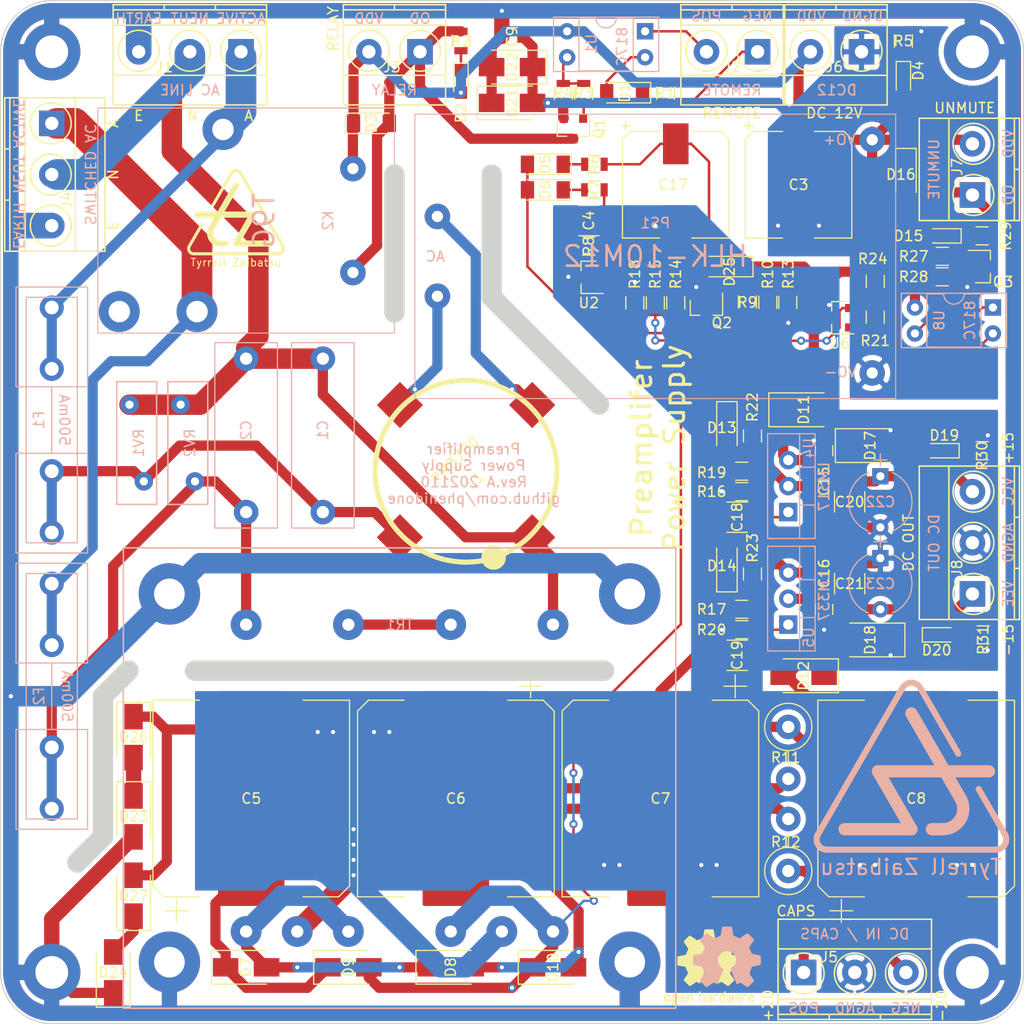
<source format=kicad_pcb>
(kicad_pcb (version 20171130) (host pcbnew 5.1.5+dfsg1-2build2)
  (layers (0 F.Cu signal) (31 B.Cu signal) (34 B.Paste user hide) (35 F.Paste user hide) (36 B.SilkS user hide) (37 F.SilkS user hide) (38 B.Mask user hide) (39 F.Mask user hide) (44 Edge.Cuts user))
  (net 0 "")
  (net 1 "Net-(C1-Pad1)")
  (net 2 /DGND)
  (net 3 /AGND)
  (net 4 "Net-(C4-Pad1)")
  (net 5 /RECT1)
  (net 6 "Net-(C17-Pad1)")
  (net 7 "Net-(C18-Pad1)")
  (net 8 "Net-(C19-Pad2)")
  (net 9 /VCC)
  (net 10 /VEE)
  (net 11 "Net-(D1-Pad2)")
  (net 12 "Net-(D1-Pad1)")
  (net 13 "Net-(D2-Pad1)")
  (net 14 "Net-(D3-Pad2)")
  (net 15 "Net-(D4-Pad1)")
  (net 16 "Net-(D5-Pad1)")
  (net 17 /AC1)
  (net 18 "Net-(D6-Pad1)")
  (net 19 /AC2)
  (net 20 "Net-(D15-Pad1)")
  (net 21 "Net-(D16-Pad2)")
  (net 22 "Net-(D19-Pad1)")
  (net 23 "Net-(D20-Pad2)")
  (net 24 "Net-(J2-Pad2)")
  (net 25 "Net-(K2-Pad12)")
  (net 26 "Net-(L1-Pad2)")
  (net 27 "Net-(L1-Pad4)")
  (net 28 "Net-(Q1-Pad1)")
  (net 29 "Net-(Q2-Pad3)")
  (net 30 "Net-(Q2-Pad1)")
  (net 31 "Net-(Q3-Pad1)")
  (net 32 "Net-(R3-Pad2)")
  (net 33 "Net-(R10-Pad1)")
  (net 34 "Net-(R15-Pad2)")
  (net 35 "Net-(R21-Pad1)")
  (net 36 "Net-(R21-Pad2)")
  (net 37 "Net-(R27-Pad2)")
  (net 38 "Net-(TR1-Pad2)")
  (net 39 "Net-(J2-Pad1)")
  (net 40 /RECT2)
  (net 41 /NEUTRAL)
  (net 42 /EARTH)
  (net 43 /ACTIVE)
  (net 44 /PRI)
  (net 45 /SWAC)
  (net 46 /RECT1B)
  (net 47 /RECT2B)
  (net 48 "Net-(D23-Pad1)")
  (net 49 "Net-(D24-Pad2)")
  (net 50 /VDD)
  (module tz:Tyrrell-Zaibatsu-20-Back (layer F.Cu) (at 114 100.5)
    (fp_text reference REF** hide)
    (fp_text value "Tyrrell Zaibatsu" hide)
    (fp_text user "Tyrrell Zaibatsu" (at 0 9.2) (layer B.SilkS) (effects (font (size 1.5 1.5) (thickness 0.2)) (justify mirror)))
  )
  (module tz:Tyrrell-Zaibatsu-10 (layer F.Cu) (at 48 46.5)
    (fp_text reference REF** hide)
    (fp_text value "Tyrrell Zaibatsu" hide)
    (fp_text user "Tyrrell Zaibatsu" (at 0 4.1) (layer F.SilkS) (effects (font (size 0.75 0.75) (thickness 0.1))))
  )
  (module pcb:OSHW-Symbol_6.7x6mm_BackSilkScreen (layer F.Cu) (at 96 118.5)
    (fp_text reference REF*** hide)
    (fp_text value OSHW-Symbol_6.7x6mm_SilkScreen hide)
  )
  (module Symbols:OSHW-Logo2_9.8x8mm_SilkScreen (layer F.Cu) (at 94.25 119.5)
    (fp_text reference REF*** hide)
    (fp_text value OSHW-Logo2_9.8x8mm_SilkScreen hide)
  )
  (module smd:CP_Elec_EEEFK-K16 (layer F.Cu) (at 69.5 103 270)
    (fp_text reference C6 (at 0 0 180) (layer F.SilkS))
    (fp_text value 3300u)
    (pad 2 smd roundrect (at 6.75 0 270) (size 7.5 6.5) (layers F.Cu F.Paste F.Mask) (roundrect_rratio 0.028) (net 40 /RECT2))
    (pad 1 smd roundrect (at -6.75 0 270) (size 7.5 6.5) (layers F.Cu F.Paste F.Mask) (roundrect_rratio 0.028) (net 3 /AGND))
  )
  (module power:Trafo_CHK-EI54-12VA_Combo_Vigor (layer B.Cu) (at 64 101 270)
    (fp_text reference TR1 (at -15 0) (layer B.SilkS) (effects (justify mirror)))
    (fp_text value TRANSF6_E)
    (pad E thru_hole circle (at 18 22.5 270) (size 6 6) (drill 3) (layers *.Cu *.Mask) (net 42 /EARTH))
    (pad E thru_hole circle (at -18 22.5 270) (size 6 6) (drill 3) (layers *.Cu *.Mask) (net 42 /EARTH))
    (pad E thru_hole circle (at -18 -22.5 270) (size 6 6) (drill 3) (layers *.Cu *.Mask) (net 42 /EARTH))
    (pad E thru_hole circle (at 18 -22.5 270) (size 6 6) (drill 3) (layers *.Cu *.Mask) (net 42 /EARTH))
    (pad 8 thru_hole circle (at 15.00124 -15.00124 270) (size 2.99974 2.99974) (drill 1.2) (layers *.Cu *.Mask) (net 19 /AC2))
    (pad 7 thru_hole circle (at 15.00124 -9.99998 270) (size 2.99974 2.99974) (drill 1.2) (layers *.Cu *.Mask) (net 3 /AGND))
    (pad 8 thru_hole circle (at 15.00124 -5.00126 270) (size 2.99974 2.99974) (drill 1.2) (layers *.Cu *.Mask) (net 19 /AC2))
    (pad 5 thru_hole circle (at 15.00124 5.00126 270) (size 2.99974 2.99974) (drill 1.2) (layers *.Cu *.Mask) (net 17 /AC1))
    (pad 6 thru_hole circle (at 15.00124 9.99998 270) (size 2.99974 2.99974) (drill 1.2) (layers *.Cu *.Mask) (net 3 /AGND))
    (pad 5 thru_hole circle (at 15.00124 15.00124 270) (size 2.99974 2.99974) (drill 1.2) (layers *.Cu *.Mask) (net 17 /AC1))
    (pad 4 thru_hole circle (at -15.00124 15.00124 270) (size 2.99974 2.99974) (drill 1.2) (layers *.Cu *.Mask) (net 44 /PRI))
    (pad 3 thru_hole circle (at -15.00124 5.00126 270) (size 2.99974 2.99974) (drill 1.2) (layers *.Cu *.Mask) (net 38 "Net-(TR1-Pad2)"))
    (pad 2 thru_hole circle (at -15.00124 -5.00126 270) (size 2.99974 2.99974) (drill 1.2) (layers *.Cu *.Mask) (net 38 "Net-(TR1-Pad2)"))
    (pad 1 thru_hole circle (at -15.00124 -15.00124 270) (size 2.99974 2.99974) (drill 1.2) (layers *.Cu *.Mask) (net 41 /NEUTRAL))
  )
  (module Diodes_SMD:D_SMA (layer F.Cu) (at 38 112.5 90)
    (fp_text reference D27 (at 0 0 180) (layer F.SilkS))
    (fp_text value M7)
    (pad 1 smd rect (at -2 0 90) (size 2.5 1.8) (layers F.Cu F.Paste F.Mask) (net 49 "Net-(D24-Pad2)"))
    (pad 2 smd rect (at 2 0 90) (size 2.5 1.8) (layers F.Cu F.Paste F.Mask) (net 3 /AGND))
  )
  (module Diodes_SMD:D_SMA (layer F.Cu) (at 38 97 270)
    (fp_text reference D26 (at 0 0 180) (layer F.SilkS))
    (fp_text value M7)
    (pad 1 smd rect (at -2 0 270) (size 2.5 1.8) (layers F.Cu F.Paste F.Mask) (net 3 /AGND))
    (pad 2 smd rect (at 2 0 270) (size 2.5 1.8) (layers F.Cu F.Paste F.Mask) (net 48 "Net-(D23-Pad1)"))
  )
  (module Mounting_Holes:MountingHole_3.2mm_M3_DIN965_Pad (layer F.Cu) (at 120 120)
    (fp_text reference H4 (at 0 0) (layer F.SilkS))
    (fp_text value MountingHole_Pad)
    (pad 1 thru_hole circle (at 0 0) (size 5.6 5.6) (drill 3.2) (layers *.Cu *.Mask) (net 42 /EARTH))
  )
  (module Mounting_Holes:MountingHole_3.2mm_M3_DIN965_Pad (layer F.Cu) (at 120 30)
    (fp_text reference H3 (at 0 0) (layer F.SilkS))
    (fp_text value MountingHole_Pad)
    (pad 1 thru_hole circle (at 0 0) (size 5.6 5.6) (drill 3.2) (layers *.Cu *.Mask) (net 42 /EARTH))
  )
  (module power:Fuseholder5x20_6mm (layer B.Cu) (at 30 83 270)
    (fp_text reference F2 (at 10 1.25 270) (layer B.SilkS) (effects (justify mirror)))
    (fp_text value 500mA)
    (pad 2 thru_hole circle (at 15 0 270) (size 2.35 2.35) (drill 1.35) (layers *.Cu *.Mask) (net 44 /PRI))
    (pad 2 thru_hole circle (at 21 0 270) (size 2.35 2.35) (drill 1.35) (layers *.Cu *.Mask) (net 44 /PRI))
    (pad 1 thru_hole circle (at 5 0 270) (size 2.35 2.35) (drill 1.35) (layers *.Cu *.Mask) (net 45 /SWAC))
    (pad 1 thru_hole circle (at -1 0 270) (size 2.35 2.35) (drill 1.35) (layers *.Cu *.Mask) (net 45 /SWAC))
  )
  (module power:Fuseholder5x20_6mm (layer B.Cu) (at 30 56 270)
    (fp_text reference F1 (at 10 1.25 270) (layer B.SilkS) (effects (justify mirror)))
    (fp_text value 500mA)
    (pad 2 thru_hole circle (at 15 0 270) (size 2.35 2.35) (drill 1.35) (layers *.Cu *.Mask) (net 1 "Net-(C1-Pad1)"))
    (pad 2 thru_hole circle (at 21 0 270) (size 2.35 2.35) (drill 1.35) (layers *.Cu *.Mask) (net 1 "Net-(C1-Pad1)"))
    (pad 1 thru_hole circle (at 5 0 270) (size 2.35 2.35) (drill 1.35) (layers *.Cu *.Mask) (net 43 /ACTIVE))
    (pad 1 thru_hole circle (at -1 0 270) (size 2.35 2.35) (drill 1.35) (layers *.Cu *.Mask) (net 43 /ACTIVE))
  )
  (module Diodes_SMD:D_MiniMELF (layer F.Cu) (at 96 51 180)
    (fp_text reference D25 (at -0.25 -0.5 90) (layer F.SilkS))
    (fp_text value LL4148)
    (pad 1 smd rect (at -1.75 0 180) (size 1.3 1.7) (layers F.Cu F.Paste F.Mask) (net 46 /RECT1B))
    (pad 2 smd rect (at 1.75 0 180) (size 1.3 1.7) (layers F.Cu F.Paste F.Mask) (net 6 "Net-(C17-Pad1)"))
  )
  (module Mounting_Holes:MountingHole_3.2mm_M3_DIN965_Pad (layer F.Cu) (at 30 120)
    (fp_text reference H2 (at 0 -0.25) (layer F.SilkS))
    (fp_text value MountingHole_Pad)
    (pad 1 thru_hole circle (at 0 0) (size 5.6 5.6) (drill 3.2) (layers *.Cu *.Mask) (net 42 /EARTH))
  )
  (module Mounting_Holes:MountingHole_3.2mm_M3_DIN965_Pad (layer F.Cu) (at 30 30)
    (fp_text reference H1 (at 0 -0.25) (layer F.SilkS))
    (fp_text value MountingHole_Pad)
    (pad 1 thru_hole circle (at 0 0) (size 5.6 5.6) (drill 3.2) (layers *.Cu *.Mask) (net 42 /EARTH))
  )
  (module Capacitors_SMD:C_0805 (layer F.Cu) (at 75 28.5 180)
    (fp_text reference C9 (at 0 0 270) (layer F.SilkS))
    (fp_text value 100n)
    (pad 1 smd rect (at -1 0 180) (size 1 1.25) (layers F.Cu F.Paste F.Mask) (net 2 /DGND))
    (pad 2 smd rect (at 1 0 180) (size 1 1.25) (layers F.Cu F.Paste F.Mask) (net 42 /EARTH))
  )
  (module Terminals_Phoenix:TerminalBlock_Phoenix_MKDS1.5-3pol (layer F.Cu) (at 30 37 270)
    (fp_text reference J4 (at 7.5 -1.5 90) (layer F.SilkS))
    (fp_text value Screw_Terminal_01x03)
    (pad 2 thru_hole circle (at 5 0 270) (size 2.5 2.5) (drill 1.3) (layers *.Cu *.Mask) (net 41 /NEUTRAL))
    (pad 1 thru_hole rect (at 0 0 270) (size 2.5 2.5) (drill 1.3) (layers *.Cu *.Mask) (net 45 /SWAC))
    (pad 3 thru_hole circle (at 10 0 270) (size 2.5 2.5) (drill 1.3) (layers *.Cu *.Mask) (net 42 /EARTH))
  )
  (module Terminals_Phoenix:TerminalBlock_Phoenix_MKDS1.5-3pol (layer F.Cu) (at 48.5 30 180)
    (fp_text reference J1 (at 7.5 -1.5) (layer F.SilkS))
    (fp_text value Screw_Terminal_01x03)
    (pad 2 thru_hole circle (at 5 0 180) (size 2.5 2.5) (drill 1.3) (layers *.Cu *.Mask) (net 41 /NEUTRAL))
    (pad 1 thru_hole rect (at 0 0 180) (size 2.5 2.5) (drill 1.3) (layers *.Cu *.Mask) (net 43 /ACTIVE))
    (pad 3 thru_hole circle (at 10 0 180) (size 2.5 2.5) (drill 1.3) (layers *.Cu *.Mask) (net 42 /EARTH))
  )
  (module Diodes_SMD:D_SMA (layer F.Cu) (at 36 120 90)
    (fp_text reference D24 (at 0 0 180) (layer F.SilkS))
    (fp_text value M7)
    (pad 1 smd rect (at -2 0 90) (size 2.5 1.8) (layers F.Cu F.Paste F.Mask) (net 42 /EARTH))
    (pad 2 smd rect (at 2 0 90) (size 2.5 1.8) (layers F.Cu F.Paste F.Mask) (net 49 "Net-(D24-Pad2)"))
  )
  (module Diodes_SMD:D_SMA (layer F.Cu) (at 38 104.75 270)
    (fp_text reference D23 (at 0 0) (layer F.SilkS))
    (fp_text value M7)
    (pad 1 smd rect (at -2 0 270) (size 2.5 1.8) (layers F.Cu F.Paste F.Mask) (net 48 "Net-(D23-Pad1)"))
    (pad 2 smd rect (at 2 0 270) (size 2.5 1.8) (layers F.Cu F.Paste F.Mask) (net 42 /EARTH))
  )
  (module Diodes_SMD:D_SMA (layer F.Cu) (at 75 35)
    (fp_text reference D22 (at 0 -3.5 90) (layer F.SilkS))
    (fp_text value M7)
    (pad 1 smd rect (at -2 0) (size 2.5 1.8) (layers F.Cu F.Paste F.Mask) (net 42 /EARTH))
    (pad 2 smd rect (at 2 0) (size 2.5 1.8) (layers F.Cu F.Paste F.Mask) (net 2 /DGND))
  )
  (module Diodes_SMD:D_SMA (layer F.Cu) (at 75 31.5 180)
    (fp_text reference D21 (at 0 -3.5 90) (layer F.SilkS))
    (fp_text value M7)
    (pad 1 smd rect (at -2 0 180) (size 2.5 1.8) (layers F.Cu F.Paste F.Mask) (net 2 /DGND))
    (pad 2 smd rect (at 2 0 180) (size 2.5 1.8) (layers F.Cu F.Paste F.Mask) (net 42 /EARTH))
  )
  (module smd:CP_Elec_EEEFK-K16 (layer F.Cu) (at 49.5 103 90)
    (fp_text reference C5 (at 0 0 180) (layer F.SilkS))
    (fp_text value 3300u)
    (pad 2 smd roundrect (at 6.75 0 90) (size 7.5 6.5) (layers F.Cu F.Paste F.Mask) (roundrect_rratio 0.028) (net 3 /AGND))
    (pad 1 smd roundrect (at -6.75 0 90) (size 7.5 6.5) (layers F.Cu F.Paste F.Mask) (roundrect_rratio 0.028) (net 5 /RECT1))
  )
  (module smd:CP_Elec_EEEFK-K16 (layer F.Cu) (at 89.5 103 270)
    (fp_text reference C7 (at 0 0 180) (layer F.SilkS))
    (fp_text value 3300u)
    (pad 2 smd roundrect (at 6.75 0 270) (size 7.5 6.5) (layers F.Cu F.Paste F.Mask) (roundrect_rratio 0.028) (net 3 /AGND))
    (pad 1 smd roundrect (at -6.75 0 270) (size 7.5 6.5) (layers F.Cu F.Paste F.Mask) (roundrect_rratio 0.028) (net 46 /RECT1B))
  )
  (module smd:CP_Elec_EEEFK-K16 (layer F.Cu) (at 114.5 103 90)
    (fp_text reference C8 (at 0 0 180) (layer F.SilkS))
    (fp_text value 3300u)
    (pad 2 smd roundrect (at 6.75 0 90) (size 7.5 6.5) (layers F.Cu F.Paste F.Mask) (roundrect_rratio 0.028) (net 47 /RECT2B))
    (pad 1 smd roundrect (at -6.75 0 90) (size 7.5 6.5) (layers F.Cu F.Paste F.Mask) (roundrect_rratio 0.028) (net 3 /AGND))
  )
  (module Terminals_Phoenix:TerminalBlock_Phoenix_MKDS1.5-2pol (layer F.Cu) (at 99 30 180)
    (fp_text reference J2 (at 2.5 -1.5) (layer F.SilkS))
    (fp_text value Screw_Terminal_01x02)
    (pad 2 thru_hole circle (at 5 0 180) (size 2.5 2.5) (drill 1.3) (layers *.Cu *.Mask) (net 24 "Net-(J2-Pad2)"))
    (pad 1 thru_hole rect (at 0 0 180) (size 2.5 2.5) (drill 1.3) (layers *.Cu *.Mask) (net 39 "Net-(J2-Pad1)"))
  )
  (module Capacitors_ThroughHole:C_Rect_L18.0mm_W6.0mm_P15.00mm_FKS3_FKP3 (layer B.Cu) (at 56.5 75 90)
    (fp_text reference C1 (at 8 0 90) (layer B.SilkS) (effects (justify mirror)))
    (fp_text value 100n)
    (pad 1 thru_hole circle (at 0 0 90) (size 2.4 2.4) (drill 1.2) (layers *.Cu *.Mask) (net 1 "Net-(C1-Pad1)"))
    (pad 2 thru_hole circle (at 15 0 90) (size 2.4 2.4) (drill 1.2) (layers *.Cu *.Mask) (net 41 /NEUTRAL))
  )
  (module Capacitors_ThroughHole:C_Rect_L18.0mm_W6.0mm_P15.00mm_FKS3_FKP3 (layer B.Cu) (at 49 75 90)
    (fp_text reference C2 (at 8 0 90) (layer B.SilkS) (effects (justify mirror)))
    (fp_text value 100n)
    (pad 2 thru_hole circle (at 15 0 90) (size 2.4 2.4) (drill 1.2) (layers *.Cu *.Mask) (net 41 /NEUTRAL))
    (pad 1 thru_hole circle (at 0 0 90) (size 2.4 2.4) (drill 1.2) (layers *.Cu *.Mask) (net 44 /PRI))
  )
  (module Capacitors_SMD:CP_Elec_10x10 (layer F.Cu) (at 103 43 270)
    (fp_text reference C3 (at 0 0 180) (layer F.SilkS))
    (fp_text value 220u)
    (fp_text user + (at -5.78 4.97 90) (layer F.SilkS))
    (pad 1 smd rect (at -4 0 90) (size 4 2.5) (layers F.Cu F.Paste F.Mask) (net 50 /VDD))
    (pad 2 smd rect (at 4 0 90) (size 4 2.5) (layers F.Cu F.Paste F.Mask) (net 2 /DGND))
  )
  (module Capacitors_SMD:C_1210 (layer F.Cu) (at 82.5 46.5 180)
    (fp_text reference C4 (at 0 0 90) (layer F.SilkS))
    (fp_text value 10u)
    (pad 2 smd rect (at 1.5 0 180) (size 1 2.5) (layers F.Cu F.Paste F.Mask) (net 3 /AGND))
    (pad 1 smd rect (at -1.5 0 180) (size 1 2.5) (layers F.Cu F.Paste F.Mask) (net 4 "Net-(C4-Pad1)"))
  )
  (module Capacitors_SMD:C_0805 (layer F.Cu) (at 105.5 69 90)
    (fp_text reference C15 (at -3 0 90) (layer F.SilkS))
    (fp_text value 100n)
    (pad 2 smd rect (at 1 0 90) (size 1 1.25) (layers F.Cu F.Paste F.Mask) (net 3 /AGND))
    (pad 1 smd rect (at -1 0 90) (size 1 1.25) (layers F.Cu F.Paste F.Mask) (net 46 /RECT1B))
  )
  (module Capacitors_SMD:C_0805 (layer F.Cu) (at 105.5 84.5 90)
    (fp_text reference C16 (at 3.5 0 90) (layer F.SilkS))
    (fp_text value 100n)
    (pad 1 smd rect (at -1 0 90) (size 1 1.25) (layers F.Cu F.Paste F.Mask) (net 3 /AGND))
    (pad 2 smd rect (at 1 0 90) (size 1 1.25) (layers F.Cu F.Paste F.Mask) (net 47 /RECT2B))
  )
  (module Capacitors_SMD:CP_Elec_10x10 (layer F.Cu) (at 91 43 270)
    (fp_text reference C17 (at 0 0.25 180) (layer F.SilkS))
    (fp_text value 220u)
    (fp_text user + (at -5.78 4.97 90) (layer F.SilkS))
    (pad 2 smd rect (at 4 0 90) (size 4 2.5) (layers F.Cu F.Paste F.Mask) (net 3 /AGND))
    (pad 1 smd rect (at -4 0 90) (size 4 2.5) (layers F.Cu F.Paste F.Mask) (net 6 "Net-(C17-Pad1)"))
  )
  (module Capacitors_SMD:C_1210 (layer F.Cu) (at 97 75.5 180)
    (fp_text reference C18 (at 0 0 90) (layer F.SilkS))
    (fp_text value 10u)
    (pad 1 smd rect (at -1.5 0 180) (size 1 2.5) (layers F.Cu F.Paste F.Mask) (net 7 "Net-(C18-Pad1)"))
    (pad 2 smd rect (at 1.5 0 180) (size 1 2.5) (layers F.Cu F.Paste F.Mask) (net 3 /AGND))
  )
  (module Capacitors_SMD:C_1210 (layer F.Cu) (at 97 89)
    (fp_text reference C19 (at 0 0 90) (layer F.SilkS))
    (fp_text value 10u)
    (pad 2 smd rect (at 1.5 0) (size 1 2.5) (layers F.Cu F.Paste F.Mask) (net 8 "Net-(C19-Pad2)"))
    (pad 1 smd rect (at -1.5 0) (size 1 2.5) (layers F.Cu F.Paste F.Mask) (net 3 /AGND))
  )
  (module Capacitors_SMD:C_1210_HandSoldering (layer F.Cu) (at 108 74 270)
    (fp_text reference C20 (at 0 0 180) (layer F.SilkS))
    (fp_text value 22u)
    (pad 2 smd rect (at 2 0 270) (size 2 2.5) (layers F.Cu F.Paste F.Mask) (net 3 /AGND))
    (pad 1 smd rect (at -2 0 270) (size 2 2.5) (layers F.Cu F.Paste F.Mask) (net 9 /VCC))
  )
  (module Capacitors_SMD:C_1210_HandSoldering (layer F.Cu) (at 108 82 270)
    (fp_text reference C21 (at 0 0 180) (layer F.SilkS))
    (fp_text value 22u)
    (pad 1 smd rect (at -2 0 270) (size 2 2.5) (layers F.Cu F.Paste F.Mask) (net 3 /AGND))
    (pad 2 smd rect (at 2 0 270) (size 2 2.5) (layers F.Cu F.Paste F.Mask) (net 10 /VEE))
  )
  (module Capacitors_ThroughHole:CP_Radial_Tantal_D6.0mm_P5.00mm (layer B.Cu) (at 111 71.5 270)
    (fp_text reference C22 (at 2.5 0) (layer B.SilkS) (effects (justify mirror)))
    (fp_text value 22u)
    (pad 2 thru_hole circle (at 5 0 270) (size 1.6 1.6) (drill 0.8) (layers *.Cu *.Mask) (net 3 /AGND))
    (pad 1 thru_hole rect (at 0 0 270) (size 1.6 1.6) (drill 0.8) (layers *.Cu *.Mask) (net 9 /VCC))
  )
  (module Capacitors_ThroughHole:CP_Radial_Tantal_D6.0mm_P5.00mm (layer B.Cu) (at 111 79.5 270)
    (fp_text reference C23 (at 2.5 0) (layer B.SilkS) (effects (justify mirror)))
    (fp_text value 22u)
    (pad 1 thru_hole rect (at 0 0 270) (size 1.6 1.6) (drill 0.8) (layers *.Cu *.Mask) (net 3 /AGND))
    (pad 2 thru_hole circle (at 5 0 270) (size 1.6 1.6) (drill 0.8) (layers *.Cu *.Mask) (net 10 /VEE))
  )
  (module Diodes_SMD:D_MiniMELF (layer F.Cu) (at 86 34 180)
    (fp_text reference D1 (at 0 0 90) (layer F.SilkS))
    (fp_text value LL4148)
    (pad 2 smd rect (at 1.75 0 180) (size 1.3 1.7) (layers F.Cu F.Paste F.Mask) (net 11 "Net-(D1-Pad2)"))
    (pad 1 smd rect (at -1.75 0 180) (size 1.3 1.7) (layers F.Cu F.Paste F.Mask) (net 12 "Net-(D1-Pad1)"))
  )
  (module LEDs:LED_0805 (layer F.Cu) (at 70 32.9 270)
    (fp_text reference D2 (at 3.1 0 90) (layer F.SilkS))
    (fp_text value LED)
    (pad 2 smd rect (at 1.1 0 90) (size 1.2 1.2) (layers F.Cu F.Paste F.Mask) (net 50 /VDD))
    (pad 1 smd rect (at -1.1 0 90) (size 1.2 1.2) (layers F.Cu F.Paste F.Mask) (net 13 "Net-(D2-Pad1)"))
  )
  (module Diodes_SMD:D_MiniMELF (layer F.Cu) (at 61.25 37)
    (fp_text reference D3 (at 0 0 90) (layer F.SilkS))
    (fp_text value LL4148)
    (pad 2 smd rect (at 1.75 0) (size 1.3 1.7) (layers F.Cu F.Paste F.Mask) (net 14 "Net-(D3-Pad2)"))
    (pad 1 smd rect (at -1.75 0) (size 1.3 1.7) (layers F.Cu F.Paste F.Mask) (net 50 /VDD))
  )
  (module LEDs:LED_0805 (layer F.Cu) (at 113.25 32.75 270)
    (fp_text reference D4 (at -0.9 -1.45 90) (layer F.SilkS))
    (fp_text value LED)
    (pad 1 smd rect (at -1.1 0 90) (size 1.2 1.2) (layers F.Cu F.Paste F.Mask) (net 15 "Net-(D4-Pad1)"))
    (pad 2 smd rect (at 1.1 0 90) (size 1.2 1.2) (layers F.Cu F.Paste F.Mask) (net 50 /VDD))
  )
  (module Diodes_SMD:D_MiniMELF (layer F.Cu) (at 78.25 41 180)
    (fp_text reference D5 (at 0 0 90) (layer F.SilkS))
    (fp_text value LL4148)
    (pad 1 smd rect (at -1.75 0 180) (size 1.3 1.7) (layers F.Cu F.Paste F.Mask) (net 16 "Net-(D5-Pad1)"))
    (pad 2 smd rect (at 1.75 0 180) (size 1.3 1.7) (layers F.Cu F.Paste F.Mask) (net 19 /AC2))
  )
  (module Diodes_SMD:D_MiniMELF (layer F.Cu) (at 78.25 43.5 180)
    (fp_text reference D6 (at 0 0 90) (layer F.SilkS))
    (fp_text value LL4148)
    (pad 2 smd rect (at 1.75 0 180) (size 1.3 1.7) (layers F.Cu F.Paste F.Mask) (net 19 /AC2))
    (pad 1 smd rect (at -1.75 0 180) (size 1.3 1.7) (layers F.Cu F.Paste F.Mask) (net 18 "Net-(D6-Pad1)"))
  )
  (module Diodes_SMD:D_SMA (layer F.Cu) (at 49 119.5)
    (fp_text reference D7 (at 0 0 90) (layer F.SilkS))
    (fp_text value M7)
    (pad 2 smd rect (at 2 0) (size 2.5 1.8) (layers F.Cu F.Paste F.Mask) (net 17 /AC1))
    (pad 1 smd rect (at -2 0) (size 2.5 1.8) (layers F.Cu F.Paste F.Mask) (net 5 /RECT1))
  )
  (module Diodes_SMD:D_SMA (layer F.Cu) (at 69 119.5)
    (fp_text reference D8 (at 0 0 90) (layer F.SilkS))
    (fp_text value M7)
    (pad 2 smd rect (at 2 0) (size 2.5 1.8) (layers F.Cu F.Paste F.Mask) (net 40 /RECT2))
    (pad 1 smd rect (at -2 0) (size 2.5 1.8) (layers F.Cu F.Paste F.Mask) (net 17 /AC1))
  )
  (module Diodes_SMD:D_SMA (layer F.Cu) (at 59 119.5)
    (fp_text reference D9 (at 0 0 90) (layer F.SilkS))
    (fp_text value M7)
    (pad 1 smd rect (at -2 0) (size 2.5 1.8) (layers F.Cu F.Paste F.Mask) (net 5 /RECT1))
    (pad 2 smd rect (at 2 0) (size 2.5 1.8) (layers F.Cu F.Paste F.Mask) (net 19 /AC2))
  )
  (module Diodes_SMD:D_SMA (layer F.Cu) (at 79 119.5)
    (fp_text reference D10 (at 0 0 90) (layer F.SilkS))
    (fp_text value M7)
    (pad 1 smd rect (at -2 0) (size 2.5 1.8) (layers F.Cu F.Paste F.Mask) (net 19 /AC2))
    (pad 2 smd rect (at 2 0) (size 2.5 1.8) (layers F.Cu F.Paste F.Mask) (net 40 /RECT2))
  )
  (module Diodes_SMD:D_SMA (layer F.Cu) (at 103.5 65)
    (fp_text reference D11 (at 0 0 90) (layer F.SilkS))
    (fp_text value M7)
    (pad 1 smd rect (at -2 0) (size 2.5 1.8) (layers F.Cu F.Paste F.Mask) (net 46 /RECT1B))
    (pad 2 smd rect (at 2 0) (size 2.5 1.8) (layers F.Cu F.Paste F.Mask) (net 9 /VCC))
  )
  (module Diodes_SMD:D_SMA (layer F.Cu) (at 103.5 91 180)
    (fp_text reference D12 (at 0 0 90) (layer F.SilkS))
    (fp_text value M7)
    (pad 2 smd rect (at 2 0 180) (size 2.5 1.8) (layers F.Cu F.Paste F.Mask) (net 47 /RECT2B))
    (pad 1 smd rect (at -2 0 180) (size 2.5 1.8) (layers F.Cu F.Paste F.Mask) (net 10 /VEE))
  )
  (module Diodes_SMD:D_MiniMELF (layer F.Cu) (at 96 66.75 270)
    (fp_text reference D13 (at 0 0.5 180) (layer F.SilkS))
    (fp_text value LL4148)
    (pad 1 smd rect (at -1.75 0 270) (size 1.3 1.7) (layers F.Cu F.Paste F.Mask) (net 9 /VCC))
    (pad 2 smd rect (at 1.75 0 270) (size 1.3 1.7) (layers F.Cu F.Paste F.Mask) (net 7 "Net-(C18-Pad1)"))
  )
  (module Diodes_SMD:D_MiniMELF (layer F.Cu) (at 96 80.25 90)
    (fp_text reference D14 (at 0 -0.5 180) (layer F.SilkS))
    (fp_text value LL4148)
    (pad 2 smd rect (at 1.75 0 90) (size 1.3 1.7) (layers F.Cu F.Paste F.Mask) (net 10 /VEE))
    (pad 1 smd rect (at -1.75 0 90) (size 1.3 1.7) (layers F.Cu F.Paste F.Mask) (net 8 "Net-(C19-Pad2)"))
  )
  (module LEDs:LED_0805 (layer F.Cu) (at 117.1 48 180)
    (fp_text reference D15 (at 3.35 0) (layer F.SilkS))
    (fp_text value LED)
    (pad 2 smd rect (at 1.1 0) (size 1.2 1.2) (layers F.Cu F.Paste F.Mask) (net 50 /VDD))
    (pad 1 smd rect (at -1.1 0) (size 1.2 1.2) (layers F.Cu F.Paste F.Mask) (net 20 "Net-(D15-Pad1)"))
  )
  (module Diodes_SMD:D_MiniMELF (layer F.Cu) (at 113.5 42 270)
    (fp_text reference D16 (at 0 0.5 180) (layer F.SilkS))
    (fp_text value LL4148)
    (pad 1 smd rect (at -1.75 0 270) (size 1.3 1.7) (layers F.Cu F.Paste F.Mask) (net 50 /VDD))
    (pad 2 smd rect (at 1.75 0 270) (size 1.3 1.7) (layers F.Cu F.Paste F.Mask) (net 21 "Net-(D16-Pad2)"))
  )
  (module Diodes_SMD:D_SMA (layer F.Cu) (at 110 68.5)
    (fp_text reference D17 (at 0 0 90) (layer F.SilkS))
    (fp_text value M7)
    (pad 1 smd rect (at -2 0) (size 2.5 1.8) (layers F.Cu F.Paste F.Mask) (net 9 /VCC))
    (pad 2 smd rect (at 2 0) (size 2.5 1.8) (layers F.Cu F.Paste F.Mask) (net 3 /AGND))
  )
  (module Diodes_SMD:D_SMA (layer F.Cu) (at 110 87.5 180)
    (fp_text reference D18 (at 0 0 90) (layer F.SilkS))
    (fp_text value M7)
    (pad 2 smd rect (at 2 0 180) (size 2.5 1.8) (layers F.Cu F.Paste F.Mask) (net 10 /VEE))
    (pad 1 smd rect (at -2 0 180) (size 2.5 1.8) (layers F.Cu F.Paste F.Mask) (net 3 /AGND))
  )
  (module LEDs:LED_0805 (layer F.Cu) (at 116.9 69 180)
    (fp_text reference D19 (at -0.35 1.5 180) (layer F.SilkS))
    (fp_text value LED)
    (pad 1 smd rect (at -1.1 0) (size 1.2 1.2) (layers F.Cu F.Paste F.Mask) (net 22 "Net-(D19-Pad1)"))
    (pad 2 smd rect (at 1.1 0) (size 1.2 1.2) (layers F.Cu F.Paste F.Mask) (net 9 /VCC))
  )
  (module LEDs:LED_0805 (layer F.Cu) (at 116.9 87)
    (fp_text reference D20 (at -0.4 1.5) (layer F.SilkS))
    (fp_text value LED)
    (pad 1 smd rect (at -1.1 0 180) (size 1.2 1.2) (layers F.Cu F.Paste F.Mask) (net 10 /VEE))
    (pad 2 smd rect (at 1.1 0 180) (size 1.2 1.2) (layers F.Cu F.Paste F.Mask) (net 23 "Net-(D20-Pad2)"))
  )
  (module Terminals_Phoenix:TerminalBlock_Phoenix_MKDS1.5-2pol (layer F.Cu) (at 66 30 180)
    (fp_text reference J3 (at 2.75 -1.5) (layer F.SilkS))
    (fp_text value Screw_Terminal_01x02)
    (pad 1 thru_hole rect (at 0 0 180) (size 2.5 2.5) (drill 1.3) (layers *.Cu *.Mask) (net 14 "Net-(D3-Pad2)"))
    (pad 2 thru_hole circle (at 5 0 180) (size 2.5 2.5) (drill 1.3) (layers *.Cu *.Mask) (net 50 /VDD))
  )
  (module Terminals_Phoenix:TerminalBlock_Phoenix_MKDS1.5-3pol (layer F.Cu) (at 103.5 120)
    (fp_text reference J5 (at 2.5 -1.5) (layer F.SilkS))
    (fp_text value Screw_Terminal_01x03)
    (pad 3 thru_hole circle (at 10 0) (size 2.5 2.5) (drill 1.3) (layers *.Cu *.Mask) (net 47 /RECT2B))
    (pad 1 thru_hole rect (at 0 0) (size 2.5 2.5) (drill 1.3) (layers *.Cu *.Mask) (net 46 /RECT1B))
    (pad 2 thru_hole circle (at 5 0) (size 2.5 2.5) (drill 1.3) (layers *.Cu *.Mask) (net 3 /AGND))
  )
  (module Terminals_Phoenix:TerminalBlock_Phoenix_MKDS1.5-2pol (layer F.Cu) (at 109.16 30 180)
    (fp_text reference J6 (at 2.66 -1.5) (layer F.SilkS))
    (fp_text value Screw_Terminal_01x02)
    (pad 1 thru_hole rect (at 0 0 180) (size 2.5 2.5) (drill 1.3) (layers *.Cu *.Mask) (net 2 /DGND))
    (pad 2 thru_hole circle (at 5 0 180) (size 2.5 2.5) (drill 1.3) (layers *.Cu *.Mask) (net 50 /VDD))
  )
  (module Terminals_Phoenix:TerminalBlock_Phoenix_MKDS1.5-2pol (layer F.Cu) (at 120 44 90)
    (fp_text reference J7 (at 2.75 -1.5 270) (layer F.SilkS))
    (fp_text value Screw_Terminal_01x02)
    (pad 2 thru_hole circle (at 5 0 90) (size 2.5 2.5) (drill 1.3) (layers *.Cu *.Mask) (net 50 /VDD))
    (pad 1 thru_hole rect (at 0 0 90) (size 2.5 2.5) (drill 1.3) (layers *.Cu *.Mask) (net 21 "Net-(D16-Pad2)"))
  )
  (module Terminals_Phoenix:TerminalBlock_Phoenix_MKDS1.5-3pol (layer F.Cu) (at 120 83 90)
    (fp_text reference J8 (at 2.5 -1.5 90) (layer F.SilkS))
    (fp_text value Screw_Terminal_01x03)
    (pad 2 thru_hole circle (at 5 0 90) (size 2.5 2.5) (drill 1.3) (layers *.Cu *.Mask) (net 3 /AGND))
    (pad 1 thru_hole rect (at 0 0 90) (size 2.5 2.5) (drill 1.3) (layers *.Cu *.Mask) (net 10 /VEE))
    (pad 3 thru_hole circle (at 10 0 90) (size 2.5 2.5) (drill 1.3) (layers *.Cu *.Mask) (net 9 /VCC))
  )
  (module power:Potter_T9G_Relay (layer B.Cu) (at 49 46.5 270)
    (fp_text reference K2 (at 0 -8 90) (layer B.SilkS) (effects (justify mirror)))
    (fp_text value T9GS1L14-12)
    (fp_text user T9G (at 0 -1.75 90) (layer B.SilkS) (effects (font (size 2 2) (thickness 0.25)) (justify mirror)))
    (pad 12 thru_hole circle (at 8.9 12.4 270) (size 4 4) (drill 2.1) (layers *.Cu *.Mask) (net 25 "Net-(K2-Pad12)"))
    (pad 14 thru_hole circle (at 8.9 4.8 270) (size 4 4) (drill 2.1) (layers *.Cu *.Mask) (net 45 /SWAC))
    (pad 11 thru_hole circle (at -8.9 2.26 270) (size 4 4) (drill 2.1) (layers *.Cu *.Mask) (net 43 /ACTIVE))
    (pad A1 thru_hole circle (at 5.08 -10.44 270) (size 2.5 2.5) (drill 1.1) (layers *.Cu *.Mask) (net 14 "Net-(D3-Pad2)"))
    (pad A2 thru_hole circle (at -5.08 -10.44 270) (size 2.5 2.5) (drill 1.1) (layers *.Cu *.Mask) (net 50 /VDD))
  )
  (module power:PM3700 (layer F.Cu) (at 70.5 71 45)
    (fp_text reference L1 (at 0 1.3 45) (layer F.SilkS))
    (fp_text value PM3700_70_RC)
    (fp_text user PM3700 (at 0 -1.5 45) (layer F.SilkS))
    (pad 1 smd rect (at 0 9.144 45) (size 3.2 3.2) (layers F.Cu F.Paste F.Mask) (net 41 /NEUTRAL))
    (pad 2 smd rect (at 9.144 0 45) (size 3.2 3.2) (layers F.Cu F.Paste F.Mask) (net 26 "Net-(L1-Pad2)"))
    (pad 3 smd rect (at -9.144 0 45) (size 3.2 3.2) (layers F.Cu F.Paste F.Mask) (net 1 "Net-(C1-Pad1)"))
    (pad 4 smd rect (at 0 -9.144 45) (size 3.2 3.2) (layers F.Cu F.Paste F.Mask) (net 27 "Net-(L1-Pad4)"))
  )
  (module power:HLK-10M12 (layer B.Cu) (at 89 50)
    (fp_text reference PS1 (at 0 -3.25 180) (layer B.SilkS) (effects (justify mirror)))
    (fp_text value HLK-10M12)
    (fp_text user HLK-10M12 (at 0 0) (layer B.SilkS) (effects (font (size 2 2) (thickness 0.25)) (justify mirror)))
    (fp_text user AC (at -21.5 0 180) (layer B.SilkS) (effects (justify mirror)))
    (fp_text user VO- (at 18.1 11.3 180) (layer B.SilkS) (effects (justify mirror)))
    (fp_text user VO+ (at 18 -11.4 180) (layer B.SilkS) (effects (justify mirror)))
    (pad 2 thru_hole circle (at -21.3 -3.9) (size 2.5 2.5) (drill 1.1) (layers *.Cu *.Mask) (net 26 "Net-(L1-Pad2)"))
    (pad 1 thru_hole circle (at -21.3 3.9) (size 2.5 2.5) (drill 1.1) (layers *.Cu *.Mask) (net 27 "Net-(L1-Pad4)"))
    (pad 3 thru_hole circle (at 21.2 11.4) (size 2.5 2.5) (drill 1.1) (layers *.Cu *.Mask) (net 2 /DGND))
    (pad 4 thru_hole circle (at 21.2 -11.4) (size 2.5 2.5) (drill 1.1) (layers *.Cu *.Mask) (net 50 /VDD))
  )
  (module TO_SOT_Packages_SMD:SOT-23 (layer F.Cu) (at 81 37.5 270)
    (fp_text reference Q1 (at 0 -2.5 90) (layer F.SilkS))
    (fp_text value AO3400)
    (pad 3 smd rect (at 1 0 270) (size 0.9 0.8) (layers F.Cu F.Paste F.Mask) (net 14 "Net-(D3-Pad2)"))
    (pad 2 smd rect (at -1 0.95 270) (size 0.9 0.8) (layers F.Cu F.Paste F.Mask) (net 2 /DGND))
    (pad 1 smd rect (at -1 -0.95 270) (size 0.9 0.8) (layers F.Cu F.Paste F.Mask) (net 28 "Net-(Q1-Pad1)"))
  )
  (module TO_SOT_Packages_SMD:SOT-23 (layer F.Cu) (at 94 55 270)
    (fp_text reference Q2 (at 1.5 -1.5 180) (layer F.SilkS))
    (fp_text value 2N7002)
    (pad 3 smd rect (at 1 0 270) (size 0.9 0.8) (layers F.Cu F.Paste F.Mask) (net 29 "Net-(Q2-Pad3)"))
    (pad 2 smd rect (at -1 0.95 270) (size 0.9 0.8) (layers F.Cu F.Paste F.Mask) (net 3 /AGND))
    (pad 1 smd rect (at -1 -0.95 270) (size 0.9 0.8) (layers F.Cu F.Paste F.Mask) (net 30 "Net-(Q2-Pad1)"))
  )
  (module TO_SOT_Packages_SMD:SOT-23 (layer F.Cu) (at 121 51)
    (fp_text reference Q3 (at 2 1.5) (layer F.SilkS))
    (fp_text value AO3400)
    (pad 3 smd rect (at 1 0) (size 0.9 0.8) (layers F.Cu F.Paste F.Mask) (net 21 "Net-(D16-Pad2)"))
    (pad 2 smd rect (at -1 0.95) (size 0.9 0.8) (layers F.Cu F.Paste F.Mask) (net 2 /DGND))
    (pad 1 smd rect (at -1 -0.95) (size 0.9 0.8) (layers F.Cu F.Paste F.Mask) (net 31 "Net-(Q3-Pad1)"))
  )
  (module Resistors_SMD:R_0805 (layer F.Cu) (at 90 34.05 270)
    (fp_text reference R1 (at 0 0 180) (layer F.SilkS))
    (fp_text value 3k9)
    (pad 1 smd rect (at -0.95 0 270) (size 0.7 1.3) (layers F.Cu F.Paste F.Mask) (net 12 "Net-(D1-Pad1)"))
    (pad 2 smd rect (at 0.95 0 270) (size 0.7 1.3) (layers F.Cu F.Paste F.Mask) (net 39 "Net-(J2-Pad1)"))
  )
  (module Resistors_SMD:R_0805 (layer F.Cu) (at 70 28.95 90)
    (fp_text reference R2 (at -0.05 0 180) (layer F.SilkS))
    (fp_text value 3k9)
    (pad 2 smd rect (at 0.95 0 90) (size 0.7 1.3) (layers F.Cu F.Paste F.Mask) (net 14 "Net-(D3-Pad2)"))
    (pad 1 smd rect (at -0.95 0 90) (size 0.7 1.3) (layers F.Cu F.Paste F.Mask) (net 13 "Net-(D2-Pad1)"))
  )
  (module Resistors_SMD:R_0805 (layer F.Cu) (at 82 34.05 90)
    (fp_text reference R3 (at 0 0 180) (layer F.SilkS))
    (fp_text value 100)
    (pad 1 smd rect (at -0.95 0 90) (size 0.7 1.3) (layers F.Cu F.Paste F.Mask) (net 28 "Net-(Q1-Pad1)"))
    (pad 2 smd rect (at 0.95 0 90) (size 0.7 1.3) (layers F.Cu F.Paste F.Mask) (net 32 "Net-(R3-Pad2)"))
  )
  (module Resistors_SMD:R_0805 (layer F.Cu) (at 80 34.05 90)
    (fp_text reference R4 (at 0 0 180) (layer F.SilkS))
    (fp_text value 10k)
    (pad 1 smd rect (at -0.95 0 90) (size 0.7 1.3) (layers F.Cu F.Paste F.Mask) (net 2 /DGND))
    (pad 2 smd rect (at 0.95 0 90) (size 0.7 1.3) (layers F.Cu F.Paste F.Mask) (net 32 "Net-(R3-Pad2)"))
  )
  (module Resistors_SMD:R_0805 (layer F.Cu) (at 113.25 28.95 90)
    (fp_text reference R5 (at 0 0 180) (layer F.SilkS))
    (fp_text value 3k9)
    (pad 1 smd rect (at -0.95 0 90) (size 0.7 1.3) (layers F.Cu F.Paste F.Mask) (net 15 "Net-(D4-Pad1)"))
    (pad 2 smd rect (at 0.95 0 90) (size 0.7 1.3) (layers F.Cu F.Paste F.Mask) (net 2 /DGND))
  )
  (module Resistors_SMD:R_0805 (layer F.Cu) (at 83.05 41)
    (fp_text reference R6 (at 0 0 90) (layer F.SilkS))
    (fp_text value 4k7)
    (pad 1 smd rect (at -0.95 0) (size 0.7 1.3) (layers F.Cu F.Paste F.Mask) (net 16 "Net-(D5-Pad1)"))
    (pad 2 smd rect (at 0.95 0) (size 0.7 1.3) (layers F.Cu F.Paste F.Mask) (net 6 "Net-(C17-Pad1)"))
  )
  (module Resistors_SMD:R_0805 (layer F.Cu) (at 83.05 43.5)
    (fp_text reference R7 (at -0.05 0 90) (layer F.SilkS))
    (fp_text value 4k7)
    (pad 2 smd rect (at 0.95 0) (size 0.7 1.3) (layers F.Cu F.Paste F.Mask) (net 4 "Net-(C4-Pad1)"))
    (pad 1 smd rect (at -0.95 0) (size 0.7 1.3) (layers F.Cu F.Paste F.Mask) (net 18 "Net-(D6-Pad1)"))
  )
  (module Resistors_SMD:R_0805 (layer F.Cu) (at 82.5 49 180)
    (fp_text reference R8 (at 0 0 90) (layer F.SilkS))
    (fp_text value 4k7)
    (pad 2 smd rect (at 0.95 0 180) (size 0.7 1.3) (layers F.Cu F.Paste F.Mask) (net 3 /AGND))
    (pad 1 smd rect (at -0.95 0 180) (size 0.7 1.3) (layers F.Cu F.Paste F.Mask) (net 4 "Net-(C4-Pad1)"))
  )
  (module Resistors_SMD:R_0805 (layer F.Cu) (at 98 54.45 90)
    (fp_text reference R9 (at -0.05 0 180) (layer F.SilkS))
    (fp_text value 3k9)
    (pad 2 smd rect (at 0.95 0 90) (size 0.7 1.3) (layers F.Cu F.Paste F.Mask) (net 46 /RECT1B))
    (pad 1 smd rect (at -0.95 0 90) (size 0.7 1.3) (layers F.Cu F.Paste F.Mask) (net 33 "Net-(R10-Pad1)"))
  )
  (module Resistors_SMD:R_0805 (layer F.Cu) (at 100 54.5 90)
    (fp_text reference R10 (at 2.75 0 90) (layer F.SilkS))
    (fp_text value 15k)
    (pad 2 smd rect (at 0.95 0 90) (size 0.7 1.3) (layers F.Cu F.Paste F.Mask) (net 30 "Net-(Q2-Pad1)"))
    (pad 1 smd rect (at -0.95 0 90) (size 0.7 1.3) (layers F.Cu F.Paste F.Mask) (net 33 "Net-(R10-Pad1)"))
  )
  (module Resistors_ThroughHole:R_Axial_DIN0414_L11.9mm_D4.5mm_P5.08mm_Vertical (layer F.Cu) (at 102 96 270)
    (fp_text reference R11 (at 3 0.25 180) (layer F.SilkS))
    (fp_text value 5.6)
    (pad 2 thru_hole oval (at 5.08 0 270) (size 2.4 2.4) (drill 1.2) (layers *.Cu *.Mask) (net 5 /RECT1))
    (pad 1 thru_hole circle (at 0 0 270) (size 2.4 2.4) (drill 1.2) (layers *.Cu *.Mask) (net 46 /RECT1B))
  )
  (module Resistors_ThroughHole:R_Axial_DIN0414_L11.9mm_D4.5mm_P5.08mm_Vertical (layer F.Cu) (at 102 110.08 90)
    (fp_text reference R12 (at 2.83 -0.25 180) (layer F.SilkS))
    (fp_text value 5.6)
    (pad 1 thru_hole circle (at 0 0 90) (size 2.4 2.4) (drill 1.2) (layers *.Cu *.Mask) (net 47 /RECT2B))
    (pad 2 thru_hole oval (at 5.08 0 90) (size 2.4 2.4) (drill 1.2) (layers *.Cu *.Mask) (net 40 /RECT2))
  )
  (module Resistors_SMD:R_0805 (layer F.Cu) (at 101.95 54.5 90)
    (fp_text reference R13 (at 2.75 0.05 270) (layer F.SilkS))
    (fp_text value 10k)
    (pad 1 smd rect (at -0.95 0 90) (size 0.7 1.3) (layers F.Cu F.Paste F.Mask) (net 3 /AGND))
    (pad 2 smd rect (at 0.95 0 90) (size 0.7 1.3) (layers F.Cu F.Paste F.Mask) (net 30 "Net-(Q2-Pad1)"))
  )
  (module Resistors_SMD:R_0805 (layer F.Cu) (at 91 54.55 90)
    (fp_text reference R14 (at 2.8 0 90) (layer F.SilkS))
    (fp_text value 100)
    (pad 1 smd rect (at -0.95 0 90) (size 0.7 1.3) (layers F.Cu F.Paste F.Mask) (net 29 "Net-(Q2-Pad3)"))
    (pad 2 smd rect (at 0.95 0 90) (size 0.7 1.3) (layers F.Cu F.Paste F.Mask) (net 6 "Net-(C17-Pad1)"))
  )
  (module Resistors_SMD:R_0805 (layer F.Cu) (at 89 54.55 270)
    (fp_text reference R15 (at -2.8 0 90) (layer F.SilkS))
    (fp_text value 27k)
    (pad 1 smd rect (at -0.95 0 270) (size 0.7 1.3) (layers F.Cu F.Paste F.Mask) (net 6 "Net-(C17-Pad1)"))
    (pad 2 smd rect (at 0.95 0 270) (size 0.7 1.3) (layers F.Cu F.Paste F.Mask) (net 34 "Net-(R15-Pad2)"))
  )
  (module Resistors_SMD:R_0805 (layer F.Cu) (at 97.45 73)
    (fp_text reference R16 (at -2.95 0) (layer F.SilkS))
    (fp_text value 4k3)
    (pad 1 smd rect (at -0.95 0) (size 0.7 1.3) (layers F.Cu F.Paste F.Mask) (net 3 /AGND))
    (pad 2 smd rect (at 0.95 0) (size 0.7 1.3) (layers F.Cu F.Paste F.Mask) (net 7 "Net-(C18-Pad1)"))
  )
  (module Resistors_SMD:R_0805 (layer F.Cu) (at 97.45 84.5 180)
    (fp_text reference R17 (at 2.95 0) (layer F.SilkS))
    (fp_text value 4k3)
    (pad 1 smd rect (at -0.95 0 180) (size 0.7 1.3) (layers F.Cu F.Paste F.Mask) (net 8 "Net-(C19-Pad2)"))
    (pad 2 smd rect (at 0.95 0 180) (size 0.7 1.3) (layers F.Cu F.Paste F.Mask) (net 3 /AGND))
  )
  (module Resistors_SMD:R_0805 (layer F.Cu) (at 87 54.55 270)
    (fp_text reference R18 (at -2.8 0 90) (layer F.SilkS))
    (fp_text value 10k)
    (pad 2 smd rect (at 0.95 0 270) (size 0.7 1.3) (layers F.Cu F.Paste F.Mask) (net 34 "Net-(R15-Pad2)"))
    (pad 1 smd rect (at -0.95 0 270) (size 0.7 1.3) (layers F.Cu F.Paste F.Mask) (net 3 /AGND))
  )
  (module Resistors_SMD:R_0805 (layer F.Cu) (at 97.45 71)
    (fp_text reference R19 (at -2.95 0.139999) (layer F.SilkS))
    (fp_text value 4k3)
    (pad 1 smd rect (at -0.95 0) (size 0.7 1.3) (layers F.Cu F.Paste F.Mask) (net 3 /AGND))
    (pad 2 smd rect (at 0.95 0) (size 0.7 1.3) (layers F.Cu F.Paste F.Mask) (net 7 "Net-(C18-Pad1)"))
  )
  (module Resistors_SMD:R_0805 (layer F.Cu) (at 97.45 86.5 180)
    (fp_text reference R20 (at 2.95 0) (layer F.SilkS))
    (fp_text value 4k3)
    (pad 2 smd rect (at 0.95 0 180) (size 0.7 1.3) (layers F.Cu F.Paste F.Mask) (net 3 /AGND))
    (pad 1 smd rect (at -0.95 0 180) (size 0.7 1.3) (layers F.Cu F.Paste F.Mask) (net 8 "Net-(C19-Pad2)"))
  )
  (module Resistors_SMD:R_0805 (layer F.Cu) (at 110.5 55.95 270)
    (fp_text reference R21 (at 2.3 0 180) (layer F.SilkS))
    (fp_text value 1k)
    (pad 1 smd rect (at -0.95 0 270) (size 0.7 1.3) (layers F.Cu F.Paste F.Mask) (net 35 "Net-(R21-Pad1)"))
    (pad 2 smd rect (at 0.95 0 270) (size 0.7 1.3) (layers F.Cu F.Paste F.Mask) (net 36 "Net-(R21-Pad2)"))
  )
  (module Resistors_SMD:R_0805 (layer F.Cu) (at 98.5 67.55 270)
    (fp_text reference R22 (at -2.8 0 90) (layer F.SilkS))
    (fp_text value 240)
    (pad 2 smd rect (at 0.95 0 270) (size 0.7 1.3) (layers F.Cu F.Paste F.Mask) (net 7 "Net-(C18-Pad1)"))
    (pad 1 smd rect (at -0.95 0 270) (size 0.7 1.3) (layers F.Cu F.Paste F.Mask) (net 9 /VCC))
  )
  (module Resistors_SMD:R_0805 (layer F.Cu) (at 98.5 81.05 90)
    (fp_text reference R23 (at 2.55 0 90) (layer F.SilkS))
    (fp_text value 240)
    (pad 2 smd rect (at 0.95 0 90) (size 0.7 1.3) (layers F.Cu F.Paste F.Mask) (net 10 /VEE))
    (pad 1 smd rect (at -0.95 0 90) (size 0.7 1.3) (layers F.Cu F.Paste F.Mask) (net 8 "Net-(C19-Pad2)"))
  )
  (module Resistors_SMD:R_0805 (layer F.Cu) (at 110.5 52.45 270)
    (fp_text reference R24 (at -2.2 0.25 180) (layer F.SilkS))
    (fp_text value 3k9)
    (pad 2 smd rect (at 0.95 0 270) (size 0.7 1.3) (layers F.Cu F.Paste F.Mask) (net 35 "Net-(R21-Pad1)"))
    (pad 1 smd rect (at -0.95 0 270) (size 0.7 1.3) (layers F.Cu F.Paste F.Mask) (net 46 /RECT1B))
  )
  (module Resistors_SMD:R_0805 (layer F.Cu) (at 117.05 50 180)
    (fp_text reference R27 (at 2.8 0 180) (layer F.SilkS))
    (fp_text value 100)
    (pad 2 smd rect (at 0.95 0 180) (size 0.7 1.3) (layers F.Cu F.Paste F.Mask) (net 37 "Net-(R27-Pad2)"))
    (pad 1 smd rect (at -0.95 0 180) (size 0.7 1.3) (layers F.Cu F.Paste F.Mask) (net 31 "Net-(Q3-Pad1)"))
  )
  (module Resistors_SMD:R_0805 (layer F.Cu) (at 117.05 52)
    (fp_text reference R28 (at -2.8 0 180) (layer F.SilkS))
    (fp_text value 10k)
    (pad 2 smd rect (at 0.95 0) (size 0.7 1.3) (layers F.Cu F.Paste F.Mask) (net 2 /DGND))
    (pad 1 smd rect (at -0.95 0) (size 0.7 1.3) (layers F.Cu F.Paste F.Mask) (net 37 "Net-(R27-Pad2)"))
  )
  (module Resistors_SMD:R_0805 (layer F.Cu) (at 120.95 48)
    (fp_text reference R29 (at 2.3 0 270) (layer F.SilkS))
    (fp_text value 3k9)
    (pad 1 smd rect (at -0.95 0) (size 0.7 1.3) (layers F.Cu F.Paste F.Mask) (net 20 "Net-(D15-Pad1)"))
    (pad 2 smd rect (at 0.95 0) (size 0.7 1.3) (layers F.Cu F.Paste F.Mask) (net 21 "Net-(D16-Pad2)"))
  )
  (module Resistors_SMD:R_0805 (layer F.Cu) (at 120.95 69)
    (fp_text reference R30 (at 0 0.5 90) (layer F.SilkS))
    (fp_text value 3k9)
    (pad 2 smd rect (at 0.95 0) (size 0.7 1.3) (layers F.Cu F.Paste F.Mask) (net 3 /AGND))
    (pad 1 smd rect (at -0.95 0) (size 0.7 1.3) (layers F.Cu F.Paste F.Mask) (net 22 "Net-(D19-Pad1)"))
  )
  (module Resistors_SMD:R_0805 (layer F.Cu) (at 121.05 87 180)
    (fp_text reference R31 (at 0 -0.5 90) (layer F.SilkS))
    (fp_text value 3k9)
    (pad 2 smd rect (at 0.95 0 180) (size 0.7 1.3) (layers F.Cu F.Paste F.Mask) (net 23 "Net-(D20-Pad2)"))
    (pad 1 smd rect (at -0.95 0 180) (size 0.7 1.3) (layers F.Cu F.Paste F.Mask) (net 3 /AGND))
  )
  (module Varistors:RV_Disc_D12_W3.9_P7.5 (layer B.Cu) (at 39 72 90)
    (fp_text reference RV1 (at 3.75 -0.5 270) (layer B.SilkS) (effects (justify mirror)))
    (fp_text value 10D471K)
    (pad 1 thru_hole circle (at 0 0 90) (size 1.8 1.8) (drill 0.8) (layers *.Cu *.Mask) (net 1 "Net-(C1-Pad1)"))
    (pad 2 thru_hole circle (at 7.5 -1.4 90) (size 1.8 1.8) (drill 0.8) (layers *.Cu *.Mask) (net 41 /NEUTRAL))
  )
  (module Varistors:RV_Disc_D12_W3.9_P7.5 (layer B.Cu) (at 44 72 90)
    (fp_text reference RV2 (at 3.75 -0.5 270) (layer B.SilkS) (effects (justify mirror)))
    (fp_text value 10D471K)
    (pad 2 thru_hole circle (at 7.5 -1.4 90) (size 1.8 1.8) (drill 0.8) (layers *.Cu *.Mask) (net 41 /NEUTRAL))
    (pad 1 thru_hole circle (at 0 0 90) (size 1.8 1.8) (drill 0.8) (layers *.Cu *.Mask) (net 44 /PRI))
  )
  (module Housings_DIP:DIP-4_W7.62mm_Socket (layer B.Cu) (at 88 28 180)
    (fp_text reference U1 (at 5.25 -1.25 90) (layer B.SilkS) (effects (justify mirror)))
    (fp_text value 817C)
    (pad 1 thru_hole rect (at 0 0 180) (size 1.6 1.6) (drill 0.8) (layers *.Cu *.Mask) (net 24 "Net-(J2-Pad2)"))
    (pad 3 thru_hole oval (at 7.62 -2.54 180) (size 1.6 1.6) (drill 0.8) (layers *.Cu *.Mask) (net 32 "Net-(R3-Pad2)"))
    (pad 2 thru_hole oval (at 0 -2.54 180) (size 1.6 1.6) (drill 0.8) (layers *.Cu *.Mask) (net 11 "Net-(D1-Pad2)"))
    (pad 4 thru_hole oval (at 7.62 0 180) (size 1.6 1.6) (drill 0.8) (layers *.Cu *.Mask) (net 50 /VDD))
  )
  (module TO_SOT_Packages_SMD:SOT-23 (layer F.Cu) (at 82.5 52.05 180)
    (fp_text reference U2 (at 0 -2.5) (layer F.SilkS))
    (fp_text value TL431DBZ)
    (pad 1 smd rect (at -1 -0.95 180) (size 0.9 0.8) (layers F.Cu F.Paste F.Mask) (net 33 "Net-(R10-Pad1)"))
    (pad 2 smd rect (at -1 0.95 180) (size 0.9 0.8) (layers F.Cu F.Paste F.Mask) (net 4 "Net-(C4-Pad1)"))
    (pad 3 smd rect (at 1 0 180) (size 0.9 0.8) (layers F.Cu F.Paste F.Mask) (net 3 /AGND))
  )
  (module TO_SOT_Packages_THT:TO-220-3_Vertical (layer B.Cu) (at 102 75 90)
    (fp_text reference U4 (at 6.25 2 270) (layer B.SilkS) (effects (justify mirror)))
    (fp_text value LM317_3PinPackage)
    (pad 1 thru_hole rect (at 0 0 90) (size 1.8 1.8) (drill 1) (layers *.Cu *.Mask) (net 7 "Net-(C18-Pad1)"))
    (pad 2 thru_hole oval (at 2.54 0 90) (size 1.8 1.8) (drill 1) (layers *.Cu *.Mask) (net 9 /VCC))
    (pad 3 thru_hole oval (at 5.08 0 90) (size 1.8 1.8) (drill 1) (layers *.Cu *.Mask) (net 46 /RECT1B))
  )
  (module TO_SOT_Packages_THT:TO-220-3_Vertical (layer B.Cu) (at 102 86 90)
    (fp_text reference U5 (at -1.25 2 270) (layer B.SilkS) (effects (justify mirror)))
    (fp_text value LM337_TO220)
    (pad 3 thru_hole oval (at 5.08 0 90) (size 1.8 1.8) (drill 1) (layers *.Cu *.Mask) (net 10 /VEE))
    (pad 2 thru_hole oval (at 2.54 0 90) (size 1.8 1.8) (drill 1) (layers *.Cu *.Mask) (net 47 /RECT2B))
    (pad 1 thru_hole rect (at 0 0 90) (size 1.8 1.8) (drill 1) (layers *.Cu *.Mask) (net 8 "Net-(C19-Pad2)"))
  )
  (module TO_SOT_Packages_SMD:SOT-23 (layer F.Cu) (at 107 56 180)
    (fp_text reference U6 (at 0 -2.5) (layer F.SilkS))
    (fp_text value TL431DBZ)
    (pad 1 smd rect (at -1 -0.95 180) (size 0.9 0.8) (layers F.Cu F.Paste F.Mask) (net 36 "Net-(R21-Pad2)"))
    (pad 2 smd rect (at -1 0.95 180) (size 0.9 0.8) (layers F.Cu F.Paste F.Mask) (net 34 "Net-(R15-Pad2)"))
    (pad 3 smd rect (at 1 0 180) (size 0.9 0.8) (layers F.Cu F.Paste F.Mask) (net 3 /AGND))
  )
  (module Housings_DIP:DIP-4_W7.62mm_Socket (layer B.Cu) (at 122 55 180)
    (fp_text reference U8 (at 5.25 -1.25 270) (layer B.SilkS) (effects (justify mirror)))
    (fp_text value 817C)
    (pad 4 thru_hole oval (at 7.62 0 180) (size 1.6 1.6) (drill 0.8) (layers *.Cu *.Mask) (net 50 /VDD))
    (pad 2 thru_hole oval (at 0 -2.54 180) (size 1.6 1.6) (drill 0.8) (layers *.Cu *.Mask) (net 36 "Net-(R21-Pad2)"))
    (pad 3 thru_hole oval (at 7.62 -2.54 180) (size 1.6 1.6) (drill 0.8) (layers *.Cu *.Mask) (net 37 "Net-(R27-Pad2)"))
    (pad 1 thru_hole rect (at 0 0 180) (size 1.6 1.6) (drill 0.8) (layers *.Cu *.Mask) (net 35 "Net-(R21-Pad1)"))
  )
  (gr_text "Preamplifer\nPower Supply" (at 89.25 68.75 90) (layer F.SilkS) (effects (font (size 2 2) (thickness 0.3))))
  (gr_arc (start 30 120) (end 26 120) (angle -90) (layer F.Cu) (width 1.5))
  (gr_arc (start 30 120) (end 26 120) (angle -90) (layer B.Cu) (width 1.5))
  (gr_arc (start 120 120) (end 120 124) (angle -90) (layer F.Cu) (width 1.5))
  (gr_arc (start 120 120) (end 120 124) (angle -90) (layer B.Cu) (width 1.5))
  (gr_arc (start 120 30) (end 124 30) (angle -90) (layer B.Cu) (width 1.5))
  (gr_arc (start 120 30) (end 124 30) (angle -90) (layer F.Cu) (width 1.5))
  (gr_arc (start 30 30) (end 30 26) (angle -90) (layer B.Cu) (width 1.5))
  (gr_arc (start 30 30) (end 30 26) (angle -90) (layer F.Cu) (width 1.5))
  (gr_arc (start 30 30) (end 30 25) (angle -90) (layer Edge.Cuts) (width 0.12))
  (gr_arc (start 120 30) (end 125 30) (angle -90) (layer Edge.Cuts) (width 0.12))
  (gr_arc (start 120 120) (end 120 125) (angle -90) (layer Edge.Cuts) (width 0.12))
  (gr_arc (start 30 120) (end 25 120) (angle -90) (layer Edge.Cuts) (width 0.12))
  (gr_line (start 37.5 90.5) (end 35 93) (layer Edge.Cuts) (width 2))
  (gr_text "Preamplifier\nPower Supply\nRev.A 202110\ngithub.com/phenidone" (at 71.25 71.25) (layer B.SilkS) (effects (font (size 1 1)) (justify mirror)))
  (gr_text UNMUTE (at 119.25 35.5) (layer F.SilkS) (effects (font (size 1 1))))
  (gr_text "DC OUT" (at 113.75 78 90) (layer F.SilkS) (effects (font (size 1 1))))
  (gr_text -15 (at 123.5 87.5 90) (layer F.SilkS) (effects (font (size 1 1))))
  (gr_text +15 (at 123.5 68.75 90) (layer F.SilkS) (effects (font (size 1 1))))
  (gr_text -20 (at 117 123.25 90) (layer F.SilkS) (effects (font (size 1 1))))
  (gr_text +20 (at 100 123.25 90) (layer F.SilkS) (effects (font (size 1 1))))
  (gr_text CAPS (at 102.75 114) (layer F.SilkS) (effects (font (size 1 1))))
  (gr_text "DC 12V" (at 106.5 36) (layer F.SilkS) (effects (font (size 1 1))))
  (gr_text REMOTE (at 96.5 36) (layer F.SilkS) (effects (font (size 1 1))))
  (gr_text RELAY (at 57.5 27.75 90) (layer F.SilkS) (effects (font (size 1 1))))
  (gr_text E (at 36 47 90) (layer F.SilkS) (effects (font (size 1 1))))
  (gr_text N (at 36 42 90) (layer F.SilkS) (effects (font (size 1 1))))
  (gr_text A (at 36 37 90) (layer F.SilkS) (effects (font (size 1 1))))
  (gr_text E (at 38.5 36.25) (layer F.SilkS) (effects (font (size 1 1))))
  (gr_text N (at 43.75 36.25) (layer F.SilkS) (effects (font (size 1 1))))
  (gr_text A (at 49.25 36.25) (layer F.SilkS) (effects (font (size 1 1))))
  (gr_text EARTH (at 26.75 47 270) (layer B.SilkS) (effects (font (size 1 1)) (justify mirror)))
  (gr_text NEUT (at 26.75 42 270) (layer B.SilkS) (effects (font (size 1 1)) (justify mirror)))
  (gr_text ACTIVE (at 26.75 37 270) (layer B.SilkS) (effects (font (size 1 1)) (justify mirror)))
  (gr_text EARTH (at 38.5 26.75) (layer B.SilkS) (effects (font (size 1 1)) (justify mirror)))
  (gr_text NEUT (at 43.5 26.75) (layer B.SilkS) (effects (font (size 1 1)) (justify mirror)))
  (gr_text ACTIVE (at 48.5 26.75) (layer B.SilkS) (effects (font (size 1 1)) (justify mirror)))
  (gr_text OD (at 66 26.75) (layer B.SilkS) (effects (font (size 1 1)) (justify mirror)))
  (gr_text VDD (at 61 26.75) (layer B.SilkS) (effects (font (size 1 1)) (justify mirror)))
  (gr_text POS (at 94 26.5) (layer B.SilkS) (effects (font (size 1 1)) (justify mirror)))
  (gr_text NEG (at 99 26.5) (layer B.SilkS) (effects (font (size 1 1)) (justify mirror)))
  (gr_text VDD (at 104.25 26.5) (layer B.SilkS) (effects (font (size 1 1)) (justify mirror)))
  (gr_text DGND (at 109.25 26.5) (layer B.SilkS) (effects (font (size 1 1)) (justify mirror)))
  (gr_text OD (at 123.5 44 90) (layer B.SilkS) (effects (font (size 1 1)) (justify mirror)))
  (gr_text VDD (at 123.5 39 90) (layer B.SilkS) (effects (font (size 1 1)) (justify mirror)))
  (gr_text AGND (at 108.5 123.5) (layer B.SilkS) (effects (font (size 1 1)) (justify mirror)))
  (gr_text POS (at 103.5 123.5) (layer B.SilkS) (effects (font (size 1 1)) (justify mirror)))
  (gr_text NEG (at 113.5 123.5) (layer B.SilkS) (effects (font (size 1 1)) (justify mirror)))
  (gr_text VEE (at 123.5 83 90) (layer B.SilkS) (effects (font (size 1 1)) (justify mirror)))
  (gr_text AGND (at 123.5 78 90) (layer B.SilkS) (effects (font (size 1 1)) (justify mirror)))
  (gr_text VCC (at 123.5 73 90) (layer B.SilkS) (effects (font (size 1 1)) (justify mirror)))
  (gr_text "DC IN / CAPS" (at 108.5 116.25) (layer B.SilkS) (effects (font (size 1 1)) (justify mirror)))
  (gr_text "DC OUT" (at 116.25 78 90) (layer B.SilkS) (effects (font (size 1 1)) (justify mirror)))
  (gr_text 500mA (at 31.5 93 270) (layer B.SilkS) (effects (font (size 1 1)) (justify mirror)))
  (gr_text 500mA (at 31.25 66 270) (layer B.SilkS) (effects (font (size 1 1)) (justify mirror)))
  (gr_text "SWITCHED AC" (at 33.75 42 270) (layer B.SilkS) (effects (font (size 1 1)) (justify mirror)))
  (gr_text "AC LINE" (at 43.5 33.75) (layer B.SilkS) (effects (font (size 1 1)) (justify mirror)))
  (gr_text RELAY (at 63.5 33.75) (layer B.SilkS) (effects (font (size 1 1)) (justify mirror)))
  (gr_text REMOTE (at 96.5 33.75) (layer B.SilkS) (effects (font (size 1 1)) (justify mirror)))
  (gr_text DC12 (at 106.75 33.75) (layer B.SilkS) (effects (font (size 1 1)) (justify mirror)))
  (gr_text UNMUTE (at 116.25 41.5 90) (layer B.SilkS) (effects (font (size 1 1)) (justify mirror)))
  (gr_text LM337 (at 105.5 83.25 90) (layer B.SilkS) (effects (font (size 1 1)) (justify mirror)))
  (gr_text LM317 (at 105.5 72.5 90) (layer B.SilkS) (effects (font (size 1 1)) (justify mirror)))
  (gr_text 817C (at 119.75 56.25 90) (layer B.SilkS) (effects (font (size 1 1)) (justify mirror)))
  (gr_text 817C (at 85.75 29.5 90) (layer B.SilkS) (effects (font (size 1 1)) (justify mirror)))
  (gr_line (start 35 106.75) (end 32.5 109.25) (layer Edge.Cuts) (width 2))
  (gr_line (start 83.5 64.5) (end 73 54) (layer Edge.Cuts) (width 2))
  (gr_line (start 35 106.75) (end 35 93.25) (layer Edge.Cuts) (width 2))
  (gr_line (start 63.5 42) (end 63.5 55.5) (layer Edge.Cuts) (width 2))
  (gr_line (start 73 42) (end 73 54) (layer Edge.Cuts) (width 2))
  (gr_line (start 44 90.5) (end 84 90.5) (layer Edge.Cuts) (width 2))
  (gr_line (start 25 120) (end 25 30) (layer Edge.Cuts) (width 0.12))
  (gr_line (start 120 125) (end 30 125) (layer Edge.Cuts) (width 0.12))
  (gr_line (start 125 30) (end 125 120) (layer Edge.Cuts) (width 0.12))
  (gr_line (start 30 25) (end 120 25) (layer Edge.Cuts) (width 0.12))
  (segment (start 60.568432 75) (end 56.5 75) (width 1) (layer F.Cu) (net 1))
  (segment (start 30 77.5) (end 30 71.5) (width 1) (layer B.Cu) (net 1))
  (segment (start 39 72) (end 42.5 68.5) (width 1) (layer F.Cu) (net 1))
  (segment (start 38 71) (end 39 72) (width 1) (layer F.Cu) (net 1))
  (segment (start 30 71) (end 38 71) (width 1) (layer F.Cu) (net 1))
  (segment (start 61.568432 75) (end 60.568432 75) (width 1) (layer F.Cu) (net 1))
  (segment (start 64.034216 77.465784) (end 61.568432 75) (width 1) (layer F.Cu) (net 1))
  (segment (start 50 68.5) (end 56.5 75) (width 1) (layer F.Cu) (net 1))
  (segment (start 42.5 68.5) (end 50 68.5) (width 1) (layer F.Cu) (net 1))
  (segment (start 80 36.45) (end 80.05 36.5) (width 1) (layer F.Cu) (net 2))
  (segment (start 80 35) (end 80 36.45) (width 1) (layer F.Cu) (net 2))
  (via (at 105 47) (size 0.8) (drill 0.4) (layers F.Cu B.Cu) (net 2))
  (segment (start 103 47) (end 105 47) (width 1) (layer F.Cu) (net 2))
  (via (at 101 47) (size 0.8) (drill 0.4) (layers F.Cu B.Cu) (net 2))
  (segment (start 103 47) (end 101 47) (width 1) (layer F.Cu) (net 2))
  (segment (start 118.05 51.95) (end 118 52) (width 1) (layer F.Cu) (net 2))
  (segment (start 120 51.95) (end 118.05 51.95) (width 1) (layer F.Cu) (net 2))
  (via (at 119.5 53) (size 0.8) (drill 0.4) (layers F.Cu B.Cu) (net 2))
  (segment (start 120 52.5) (end 119.5 53) (width 1) (layer F.Cu) (net 2))
  (segment (start 120 51.95) (end 120 52.5) (width 1) (layer F.Cu) (net 2))
  (segment (start 78.5 35) (end 78.5 35) (width 1) (layer B.Cu) (net 2))
  (via (at 78.500002 35) (size 0.8) (drill 0.4) (layers F.Cu B.Cu) (net 2))
  (segment (start 102 36) (end 101 35) (width 1) (layer B.Cu) (net 2))
  (segment (start 101 35) (end 79.065687 35) (width 1) (layer B.Cu) (net 2))
  (segment (start 79.065687 35) (end 78.500002 35) (width 1) (layer B.Cu) (net 2))
  (segment (start 78.500002 35) (end 77 35) (width 1) (layer F.Cu) (net 2))
  (segment (start 77 29.5) (end 76 28.5) (width 1) (layer F.Cu) (net 2))
  (segment (start 77 35) (end 77 29.5) (width 1) (layer F.Cu) (net 2))
  (segment (start 78.500002 35) (end 80 35) (width 1) (layer F.Cu) (net 2))
  (via (at 115 28) (size 0.8) (drill 0.4) (layers F.Cu B.Cu) (net 2))
  (segment (start 113.25 28) (end 115 28) (width 1) (layer F.Cu) (net 2))
  (segment (start 110.5 80) (end 111 79.5) (width 1) (layer F.Cu) (net 3))
  (segment (start 108 80) (end 110.5 80) (width 1) (layer F.Cu) (net 3))
  (segment (start 108 76) (end 108.5 76) (width 1) (layer F.Cu) (net 3))
  (segment (start 109 76.5) (end 111 76.5) (width 1) (layer F.Cu) (net 3))
  (segment (start 108.5 76) (end 109 76.5) (width 1) (layer F.Cu) (net 3))
  (segment (start 96.5 84.5) (end 96.5 86.5) (width 1) (layer F.Cu) (net 3))
  (segment (start 85.75 109.75) (end 85.5 109.5) (width 2) (layer F.Cu) (net 3))
  (segment (start 89.5 109.75) (end 85.75 109.75) (width 2) (layer F.Cu) (net 3))
  (via (at 85.5 109.5) (size 0.8) (drill 0.4) (layers F.Cu B.Cu) (net 3))
  (via (at 93.5 109.5) (size 0.8) (drill 0.4) (layers F.Cu B.Cu) (net 3))
  (segment (start 93.25 109.75) (end 93.5 109.5) (width 2) (layer F.Cu) (net 3))
  (segment (start 89.5 109.75) (end 93.25 109.75) (width 2) (layer F.Cu) (net 3))
  (via (at 110.5 109.5) (size 0.8) (drill 0.4) (layers F.Cu B.Cu) (net 3))
  (segment (start 110.75 109.75) (end 110.5 109.5) (width 2) (layer F.Cu) (net 3))
  (segment (start 114.5 109.75) (end 110.75 109.75) (width 2) (layer F.Cu) (net 3))
  (via (at 118.5 109.5) (size 0.8) (drill 0.4) (layers F.Cu B.Cu) (net 3))
  (segment (start 118.25 109.75) (end 118.5 109.5) (width 2) (layer F.Cu) (net 3))
  (segment (start 114.5 109.75) (end 118.25 109.75) (width 2) (layer F.Cu) (net 3))
  (via (at 104.5 68) (size 0.8) (drill 0.4) (layers F.Cu B.Cu) (net 3))
  (segment (start 105.5 68) (end 104.5 68) (width 1) (layer F.Cu) (net 3))
  (via (at 112 67) (size 0.8) (drill 0.4) (layers F.Cu B.Cu) (net 3))
  (segment (start 112 68.5) (end 112 67) (width 1) (layer F.Cu) (net 3))
  (segment (start 121.9 67.9) (end 121.5 67.5) (width 1) (layer F.Cu) (net 3))
  (via (at 121.5 67.5) (size 0.8) (drill 0.4) (layers F.Cu B.Cu) (net 3))
  (segment (start 121.9 69) (end 121.9 67.9) (width 1) (layer F.Cu) (net 3))
  (via (at 121.5 88.5) (size 0.8) (drill 0.4) (layers F.Cu B.Cu) (net 3))
  (segment (start 122 88) (end 121.5 88.5) (width 1) (layer F.Cu) (net 3))
  (segment (start 122 87) (end 122 88) (width 1) (layer F.Cu) (net 3))
  (via (at 112 89) (size 0.8) (drill 0.4) (layers F.Cu B.Cu) (net 3))
  (segment (start 112 87.5) (end 112 89) (width 1) (layer F.Cu) (net 3))
  (via (at 105.5 86.5) (size 0.8) (drill 0.4) (layers F.Cu B.Cu) (net 3))
  (segment (start 105.5 85.5) (end 105.5 86.5) (width 1) (layer F.Cu) (net 3))
  (segment (start 96.5 73) (end 96.5 70.860001) (width 1) (layer F.Cu) (net 3))
  (via (at 95.5 86.5) (size 0.8) (drill 0.4) (layers F.Cu B.Cu) (net 3))
  (segment (start 96.5 86.5) (end 95.5 86.5) (width 1) (layer F.Cu) (net 3))
  (via (at 95.5 73) (size 0.8) (drill 0.4) (layers F.Cu B.Cu) (net 3))
  (via (at 89 47) (size 0.8) (drill 0.4) (layers F.Cu B.Cu) (net 3))
  (segment (start 91 47) (end 89 47) (width 1) (layer F.Cu) (net 3))
  (segment (start 72.99876 116.00124) (end 73.99998 116.00124) (width 1) (layer F.Cu) (net 3))
  (segment (start 73.99998 116.00124) (end 74.00124 116.00124) (width 1) (layer F.Cu) (net 3))
  (via (at 59.5 106) (size 0.8) (drill 0.4) (layers F.Cu B.Cu) (net 3))
  (via (at 61.5 96.5) (size 0.8) (drill 0.4) (layers F.Cu B.Cu) (net 3))
  (via (at 57.5 96.5) (size 0.8) (drill 0.4) (layers F.Cu B.Cu) (net 3))
  (via (at 63 96.5) (size 0.8) (drill 0.4) (layers F.Cu B.Cu) (net 3))
  (via (at 93 53) (size 0.8) (drill 0.4) (layers F.Cu B.Cu) (net 3))
  (segment (start 93.05 53.05) (end 93 53) (width 1) (layer F.Cu) (net 3))
  (segment (start 93.05 54) (end 93.05 53.05) (width 1) (layer F.Cu) (net 3))
  (via (at 87 52.5) (size 0.8) (drill 0.4) (layers F.Cu B.Cu) (net 3))
  (segment (start 87 53.6) (end 87 52.5) (width 1) (layer F.Cu) (net 3))
  (via (at 80.5 52) (size 0.8) (drill 0.4) (layers F.Cu B.Cu) (net 3))
  (segment (start 80.55 52.05) (end 80.5 52) (width 1) (layer F.Cu) (net 3))
  (segment (start 81.5 52.05) (end 80.55 52.05) (width 1) (layer F.Cu) (net 3))
  (segment (start 81.5 49.05) (end 81.55 49) (width 1) (layer F.Cu) (net 3))
  (segment (start 81.5 52.05) (end 81.5 49.05) (width 1) (layer F.Cu) (net 3))
  (segment (start 81.55 49) (end 81.55 48.55) (width 1) (layer F.Cu) (net 3))
  (segment (start 81 48) (end 81 46.5) (width 1) (layer F.Cu) (net 3))
  (segment (start 81.55 48.55) (end 81 48) (width 1) (layer F.Cu) (net 3))
  (via (at 102 56.5) (size 0.8) (drill 0.4) (layers F.Cu B.Cu) (net 3))
  (segment (start 101.95 56.45) (end 102 56.5) (width 1) (layer F.Cu) (net 3))
  (segment (start 101.95 55.45) (end 101.95 56.45) (width 1) (layer F.Cu) (net 3))
  (segment (start 60 96.5) (end 60 96.5) (width 2) (layer F.Cu) (net 3))
  (via (at 59.5 109) (size 0.8) (drill 0.4) (layers F.Cu B.Cu) (net 3))
  (via (at 84.000008 109.5) (size 0.8) (drill 0.4) (layers F.Cu B.Cu) (net 3))
  (segment (start 85.5 109.5) (end 84.000008 109.5) (width 2) (layer F.Cu) (net 3))
  (via (at 95 109.5) (size 0.8) (drill 0.4) (layers F.Cu B.Cu) (net 3))
  (segment (start 93.5 109.5) (end 95 109.5) (width 2) (layer F.Cu) (net 3))
  (via (at 109 109.5) (size 0.8) (drill 0.4) (layers F.Cu B.Cu) (net 3))
  (segment (start 110.5 109.5) (end 109 109.5) (width 2) (layer F.Cu) (net 3))
  (segment (start 118.5 109.5) (end 120 109.5) (width 2) (layer F.Cu) (net 3))
  (via (at 120 109.5) (size 0.8) (drill 0.4) (layers F.Cu B.Cu) (net 3))
  (segment (start 43 96.25) (end 49.5 96.25) (width 1) (layer F.Cu) (net 3))
  (via (at 56 96.5) (size 0.8) (drill 0.4) (layers F.Cu B.Cu) (net 3))
  (segment (start 69.5 96.25) (end 65.75 96.25) (width 2) (layer F.Cu) (net 3))
  (segment (start 65.75 96.25) (end 65.5 96.5) (width 2) (layer F.Cu) (net 3))
  (segment (start 60 96.5) (end 65.5 96.5) (width 2) (layer F.Cu) (net 3))
  (segment (start 49.5 96.25) (end 53.25 96.25) (width 2) (layer F.Cu) (net 3))
  (segment (start 53.25 96.25) (end 53.5 96.5) (width 2) (layer F.Cu) (net 3))
  (segment (start 53.5 96.5) (end 60 96.5) (width 2) (layer F.Cu) (net 3))
  (via (at 59.5 110.5) (size 0.8) (drill 0.4) (layers F.Cu B.Cu) (net 3))
  (segment (start 60 111.5) (end 60 111) (width 2) (layer B.Cu) (net 3))
  (segment (start 68 119.5) (end 60 111.5) (width 2) (layer B.Cu) (net 3))
  (segment (start 70.50122 119.5) (end 68 119.5) (width 2) (layer B.Cu) (net 3))
  (segment (start 73.99998 116.00124) (end 70.50122 119.5) (width 2) (layer B.Cu) (net 3))
  (via (at 59.5 107.5) (size 0.8) (drill 0.4) (layers F.Cu B.Cu) (net 3))
  (segment (start 54.00002 115.99998) (end 59.5 110.5) (width 2) (layer F.Cu) (net 3))
  (segment (start 54.00002 116.00124) (end 54.00002 115.99998) (width 1) (layer F.Cu) (net 3))
  (segment (start 59.5 110.5) (end 59.5 106) (width 2) (layer F.Cu) (net 3))
  (segment (start 41.15 96.25) (end 43 96.25) (width 1) (layer F.Cu) (net 3))
  (segment (start 39.9 95) (end 41.15 96.25) (width 1) (layer F.Cu) (net 3))
  (segment (start 38 95) (end 39.9 95) (width 1) (layer F.Cu) (net 3))
  (segment (start 39.9 110.5) (end 41.25 109.15) (width 1) (layer F.Cu) (net 3))
  (segment (start 38 110.5) (end 39.9 110.5) (width 1) (layer F.Cu) (net 3))
  (segment (start 41.25 96.35) (end 41.15 96.25) (width 1) (layer F.Cu) (net 3))
  (segment (start 41.25 109.15) (end 41.25 96.35) (width 1) (layer F.Cu) (net 3))
  (via (at 106 54.75) (size 0.8) (drill 0.4) (layers F.Cu B.Cu) (net 3))
  (segment (start 106 56) (end 106 54.75) (width 1) (layer F.Cu) (net 3))
  (segment (start 96.5 73) (end 95.5 73) (width 1) (layer F.Cu) (net 3))
  (segment (start 95.5 75.5) (end 95.5 73) (width 1) (layer F.Cu) (net 3))
  (segment (start 95.5 89) (end 95.5 86.5) (width 1) (layer F.Cu) (net 3))
  (segment (start 84 43.5) (end 84 46.5) (width 0.25) (layer F.Cu) (net 4))
  (segment (start 84 48.45) (end 83.45 49) (width 0.25) (layer F.Cu) (net 4))
  (segment (start 84 46.5) (end 84 48.45) (width 0.25) (layer F.Cu) (net 4))
  (segment (start 83.45 51.05) (end 83.5 51.1) (width 0.25) (layer F.Cu) (net 4))
  (segment (start 83.45 49) (end 83.45 51.05) (width 0.25) (layer F.Cu) (net 4))
  (segment (start 101.08 102) (end 53.5 102) (width 1) (layer F.Cu) (net 5))
  (segment (start 102 101.08) (end 101.08 102) (width 1) (layer F.Cu) (net 5))
  (segment (start 53.5 102) (end 49.5 106) (width 1) (layer F.Cu) (net 5))
  (segment (start 49.5 106) (end 49.5 109.75) (width 1) (layer F.Cu) (net 5))
  (segment (start 46 113.25) (end 49.5 109.75) (width 1) (layer F.Cu) (net 5))
  (segment (start 46 117.05) (end 46 113.25) (width 1) (layer F.Cu) (net 5))
  (segment (start 47 118.05) (end 46 117.05) (width 1) (layer F.Cu) (net 5))
  (segment (start 47 119.5) (end 47 118.05) (width 1) (layer F.Cu) (net 5))
  (segment (start 48 120.5) (end 47 119.5) (width 1) (layer F.Cu) (net 5))
  (segment (start 49 121.5) (end 48 120.5) (width 1) (layer F.Cu) (net 5))
  (segment (start 55 121.5) (end 49 121.5) (width 1) (layer F.Cu) (net 5))
  (segment (start 57 119.5) (end 55 121.5) (width 1) (layer F.Cu) (net 5))
  (segment (start 89 53.6) (end 91 53.6) (width 0.25) (layer F.Cu) (net 6))
  (segment (start 91 53.6) (end 91 52) (width 0.25) (layer F.Cu) (net 6))
  (segment (start 92 51) (end 94.25 51) (width 0.25) (layer F.Cu) (net 6))
  (segment (start 91 52) (end 92 51) (width 0.25) (layer F.Cu) (net 6))
  (segment (start 94.25 49.9) (end 94.25 51) (width 0.25) (layer F.Cu) (net 6))
  (segment (start 94.25 40.75) (end 94.25 49.9) (width 0.25) (layer F.Cu) (net 6))
  (segment (start 92.5 39) (end 94.25 40.75) (width 0.25) (layer F.Cu) (net 6))
  (segment (start 91 39) (end 92.5 39) (width 0.25) (layer F.Cu) (net 6))
  (segment (start 84 41) (end 87.5 41) (width 0.25) (layer F.Cu) (net 6))
  (segment (start 89.5 39) (end 91 39) (width 0.25) (layer F.Cu) (net 6))
  (segment (start 87.5 41) (end 89.5 39) (width 0.25) (layer F.Cu) (net 6))
  (segment (start 101.5 75.5) (end 102 75) (width 0.25) (layer F.Cu) (net 7))
  (segment (start 98.5 75.5) (end 101.5 75.5) (width 0.25) (layer F.Cu) (net 7))
  (segment (start 98.9 75.1) (end 98.5 75.5) (width 0.25) (layer F.Cu) (net 7))
  (segment (start 98.5 68.5) (end 96 68.5) (width 0.25) (layer F.Cu) (net 7))
  (segment (start 98.5 73.1) (end 98.4 73) (width 0.25) (layer F.Cu) (net 7))
  (segment (start 98.5 75.5) (end 98.5 73.1) (width 0.25) (layer F.Cu) (net 7))
  (segment (start 98.4 73) (end 98.4 70.860001) (width 0.25) (layer F.Cu) (net 7))
  (segment (start 98.4 68.6) (end 98.5 68.5) (width 0.25) (layer F.Cu) (net 7))
  (segment (start 98.4 70.860001) (end 98.4 68.6) (width 0.25) (layer F.Cu) (net 7))
  (segment (start 101.5 86.5) (end 102 86) (width 0.25) (layer F.Cu) (net 8))
  (segment (start 98.4 86.5) (end 101.5 86.5) (width 0.25) (layer F.Cu) (net 8))
  (segment (start 96 82) (end 98.5 82) (width 0.25) (layer F.Cu) (net 8))
  (segment (start 98.4 86.5) (end 98.4 84.5) (width 0.25) (layer F.Cu) (net 8))
  (segment (start 98.4 82.1) (end 98.5 82) (width 0.25) (layer F.Cu) (net 8))
  (segment (start 98.4 84.5) (end 98.4 82.1) (width 0.25) (layer F.Cu) (net 8))
  (segment (start 98.5 86.6) (end 98.4 86.5) (width 0.25) (layer F.Cu) (net 8))
  (segment (start 98.5 89) (end 98.5 86.6) (width 0.25) (layer F.Cu) (net 8))
  (segment (start 110.5 72) (end 111 71.5) (width 1) (layer F.Cu) (net 9))
  (segment (start 108 72) (end 110.5 72) (width 1) (layer F.Cu) (net 9))
  (segment (start 118.5 71.5) (end 120 73) (width 1) (layer F.Cu) (net 9))
  (segment (start 115.8 71.3) (end 115.8 69) (width 1) (layer F.Cu) (net 9))
  (segment (start 116 71.5) (end 115.8 71.3) (width 1) (layer F.Cu) (net 9))
  (segment (start 111 71.5) (end 116 71.5) (width 1) (layer F.Cu) (net 9))
  (segment (start 116 71.5) (end 118.5 71.5) (width 1) (layer F.Cu) (net 9))
  (segment (start 108 72) (end 108 68.5) (width 1) (layer F.Cu) (net 9))
  (segment (start 108 67.5) (end 105.5 65) (width 1) (layer F.Cu) (net 9))
  (segment (start 108 68.5) (end 108 67.5) (width 1) (layer F.Cu) (net 9))
  (segment (start 96.9 65) (end 98.5 66.6) (width 1) (layer F.Cu) (net 9))
  (segment (start 96 65) (end 96.9 65) (width 1) (layer F.Cu) (net 9))
  (segment (start 98.8 66.6) (end 100 67.8) (width 1) (layer F.Cu) (net 9))
  (segment (start 98.5 66.6) (end 98.8 66.6) (width 1) (layer F.Cu) (net 9))
  (segment (start 100 70.46) (end 102 72.46) (width 1) (layer F.Cu) (net 9))
  (segment (start 100 67.8) (end 100 70.46) (width 1) (layer F.Cu) (net 9))
  (segment (start 107.54 72.46) (end 108 72) (width 1) (layer F.Cu) (net 9))
  (segment (start 102 72.46) (end 107.54 72.46) (width 1) (layer F.Cu) (net 9))
  (segment (start 105.5 90) (end 108 87.5) (width 1) (layer F.Cu) (net 10))
  (segment (start 105.5 91) (end 105.5 90) (width 1) (layer F.Cu) (net 10))
  (segment (start 118.5 84.5) (end 120 83) (width 1) (layer F.Cu) (net 10))
  (segment (start 115.8 84.8) (end 115.5 84.5) (width 1) (layer F.Cu) (net 10))
  (segment (start 115.8 87) (end 115.8 84.8) (width 1) (layer F.Cu) (net 10))
  (segment (start 115.5 84.5) (end 118.5 84.5) (width 1) (layer F.Cu) (net 10))
  (segment (start 111 84.5) (end 115.5 84.5) (width 1) (layer F.Cu) (net 10))
  (segment (start 108.5 84.5) (end 108 84) (width 1) (layer F.Cu) (net 10))
  (segment (start 111 84.5) (end 108.5 84.5) (width 1) (layer F.Cu) (net 10))
  (segment (start 108 84) (end 108 87.5) (width 1) (layer F.Cu) (net 10))
  (segment (start 101.18 80.1) (end 102 80.92) (width 1) (layer F.Cu) (net 10))
  (segment (start 98.5 80.1) (end 101.18 80.1) (width 1) (layer F.Cu) (net 10))
  (segment (start 97.6 80.1) (end 96 78.5) (width 1) (layer F.Cu) (net 10))
  (segment (start 98.5 80.1) (end 97.6 80.1) (width 1) (layer F.Cu) (net 10))
  (segment (start 104.92 80.92) (end 102 80.92) (width 1) (layer F.Cu) (net 10))
  (segment (start 105.305002 80.92) (end 104.92 80.92) (width 1) (layer F.Cu) (net 10))
  (segment (start 108 83.614998) (end 105.305002 80.92) (width 1) (layer F.Cu) (net 10))
  (segment (start 108 84) (end 108 83.614998) (width 1) (layer F.Cu) (net 10))
  (segment (start 86.86863 30.54) (end 88 30.54) (width 0.25) (layer F.Cu) (net 11))
  (segment (start 86.61 30.54) (end 86.86863 30.54) (width 0.25) (layer F.Cu) (net 11))
  (segment (start 84.25 32.9) (end 86.61 30.54) (width 0.25) (layer F.Cu) (net 11))
  (segment (start 84.25 34) (end 84.25 32.9) (width 0.25) (layer F.Cu) (net 11))
  (segment (start 88.65 33.1) (end 87.75 34) (width 0.25) (layer F.Cu) (net 12))
  (segment (start 90 33.1) (end 88.65 33.1) (width 0.25) (layer F.Cu) (net 12))
  (segment (start 70 31.8) (end 70 29.9) (width 0.25) (layer F.Cu) (net 13))
  (segment (start 63 33) (end 66 30) (width 1) (layer F.Cu) (net 14))
  (segment (start 63 37) (end 63 33) (width 1) (layer F.Cu) (net 14))
  (segment (start 68 28) (end 70 28) (width 1) (layer F.Cu) (net 14))
  (segment (start 66 30) (end 68 28) (width 1) (layer F.Cu) (net 14))
  (segment (start 66 30) (end 66 33.5) (width 1) (layer F.Cu) (net 14))
  (segment (start 71 38.5) (end 81 38.5) (width 1) (layer F.Cu) (net 14))
  (segment (start 66 33.5) (end 71 38.5) (width 1) (layer F.Cu) (net 14))
  (segment (start 61.79999 38.20001) (end 63 37) (width 1) (layer F.Cu) (net 14))
  (segment (start 61.79999 48.95001) (end 61.79999 38.20001) (width 1) (layer F.Cu) (net 14))
  (segment (start 59.44 51.31) (end 61.79999 48.95001) (width 1) (layer F.Cu) (net 14))
  (segment (start 59.44 51.58) (end 59.44 51.31) (width 1) (layer F.Cu) (net 14))
  (segment (start 113.25 29.9) (end 113.25 31.65) (width 0.25) (layer F.Cu) (net 15))
  (segment (start 82.1 41) (end 80 41) (width 0.25) (layer F.Cu) (net 16))
  (segment (start 48.99876 117.49876) (end 51 119.5) (width 1) (layer F.Cu) (net 17))
  (segment (start 48.99876 116.00124) (end 48.99876 117.49876) (width 1) (layer F.Cu) (net 17))
  (segment (start 51 119.5) (end 54 119.5) (width 1) (layer F.Cu) (net 17))
  (via (at 54 119.5) (size 0.8) (drill 0.4) (layers F.Cu B.Cu) (net 17))
  (segment (start 55.5 112.5) (end 52.5 112.5) (width 2) (layer B.Cu) (net 17))
  (segment (start 52.5 112.5) (end 48.99876 116.00124) (width 2) (layer B.Cu) (net 17))
  (segment (start 57.498871 114.498871) (end 55.5 112.5) (width 2) (layer B.Cu) (net 17))
  (segment (start 57.498871 114.501371) (end 57.498871 114.498871) (width 2) (layer B.Cu) (net 17))
  (segment (start 58.99874 116.00124) (end 57.498871 114.501371) (width 2) (layer B.Cu) (net 17))
  (segment (start 67 119.5) (end 64 119.5) (width 1) (layer F.Cu) (net 17))
  (segment (start 54 119.5) (end 64 119.5) (width 1) (layer B.Cu) (net 17))
  (via (at 64 119.5) (size 0.8) (drill 0.4) (layers F.Cu B.Cu) (net 17))
  (segment (start 80 43.5) (end 82.1 43.5) (width 0.25) (layer F.Cu) (net 18))
  (segment (start 76.5 43.5) (end 76.5 41) (width 0.25) (layer F.Cu) (net 19))
  (segment (start 61 120.5) (end 61.5 120) (width 1) (layer F.Cu) (net 19))
  (segment (start 61 120.5) (end 61 119.5) (width 1) (layer F.Cu) (net 19))
  (segment (start 75.5 112.5) (end 79.00124 116.00124) (width 2) (layer B.Cu) (net 19))
  (segment (start 72.5025 112.5) (end 75.5 112.5) (width 2) (layer B.Cu) (net 19))
  (segment (start 69.00126 116.00124) (end 72.5025 112.5) (width 2) (layer B.Cu) (net 19))
  (via (at 74.999998 121.5) (size 0.8) (drill 0.4) (layers F.Cu B.Cu) (net 19))
  (segment (start 62 121.5) (end 74.434313 121.5) (width 1) (layer F.Cu) (net 19))
  (segment (start 74.434313 121.5) (end 74.999998 121.5) (width 1) (layer F.Cu) (net 19))
  (segment (start 61 120.5) (end 62 121.5) (width 1) (layer F.Cu) (net 19))
  (segment (start 75 121.5) (end 74.999998 121.5) (width 1) (layer F.Cu) (net 19))
  (segment (start 79.00124 117.49876) (end 75 121.5) (width 1) (layer F.Cu) (net 19))
  (segment (start 79.00124 116.00124) (end 79.00124 117.49876) (width 1) (layer F.Cu) (net 19))
  (via (at 81 100.5) (size 0.8) (drill 0.4) (layers F.Cu B.Cu) (net 19))
  (segment (start 81 100.5) (end 81 105.5) (width 0.25) (layer B.Cu) (net 19))
  (via (at 81 105.5) (size 0.8) (drill 0.4) (layers F.Cu B.Cu) (net 19))
  (segment (start 76.5 51) (end 76.5 43.5) (width 0.25) (layer F.Cu) (net 19))
  (segment (start 91.5 66) (end 76.5 51) (width 0.25) (layer F.Cu) (net 19))
  (segment (start 91.5 85.952089) (end 91.5 66) (width 0.25) (layer F.Cu) (net 19))
  (segment (start 81 96.452089) (end 91.5 85.952089) (width 0.25) (layer F.Cu) (net 19))
  (segment (start 81 100.5) (end 81 96.452089) (width 0.25) (layer F.Cu) (net 19))
  (via (at 82.999998 113) (size 0.8) (drill 0.4) (layers F.Cu B.Cu) (net 19))
  (segment (start 79.00124 116.00124) (end 82.00248 113) (width 0.25) (layer B.Cu) (net 19))
  (segment (start 82.00248 113) (end 82.999998 113) (width 0.25) (layer B.Cu) (net 19))
  (segment (start 81 105.5) (end 81 111.000002) (width 0.25) (layer F.Cu) (net 19))
  (segment (start 81 111.000002) (end 82.599999 112.600001) (width 0.25) (layer F.Cu) (net 19))
  (segment (start 82.599999 112.600001) (end 82.999998 113) (width 0.25) (layer F.Cu) (net 19))
  (segment (start 120 48) (end 118.2 48) (width 0.25) (layer F.Cu) (net 20))
  (segment (start 119.75 43.75) (end 120 44) (width 1) (layer F.Cu) (net 21))
  (segment (start 113.5 43.75) (end 119.75 43.75) (width 1) (layer F.Cu) (net 21))
  (segment (start 121.9 45.9) (end 121.9 48) (width 1) (layer F.Cu) (net 21))
  (segment (start 120 44) (end 121.9 45.9) (width 1) (layer F.Cu) (net 21))
  (segment (start 122 48.1) (end 121.9 48) (width 1) (layer F.Cu) (net 21))
  (segment (start 122 51) (end 122 48.1) (width 1) (layer F.Cu) (net 21))
  (segment (start 118 69) (end 120 69) (width 0.25) (layer F.Cu) (net 22))
  (segment (start 118 87) (end 120.1 87) (width 0.25) (layer F.Cu) (net 23))
  (segment (start 94 30) (end 92 28) (width 0.25) (layer F.Cu) (net 24))
  (segment (start 92 28) (end 88 28) (width 0.25) (layer F.Cu) (net 24))
  (segment (start 71.450001 49.850001) (end 71.450001 59.450001) (width 1) (layer B.Cu) (net 26))
  (segment (start 67.7 46.1) (end 71.450001 49.850001) (width 1) (layer B.Cu) (net 26))
  (via (at 75 63) (size 0.8) (drill 0.4) (layers F.Cu B.Cu) (net 26))
  (segment (start 71.450001 59.450001) (end 75 63) (width 1) (layer B.Cu) (net 26))
  (segment (start 75.431568 63) (end 76.965784 64.534216) (width 1) (layer F.Cu) (net 26))
  (segment (start 75 63) (end 75.431568 63) (width 1) (layer F.Cu) (net 26))
  (via (at 65.5 63) (size 0.8) (drill 0.4) (layers F.Cu B.Cu) (net 27))
  (segment (start 64.034216 64.465784) (end 65.5 63) (width 1) (layer F.Cu) (net 27))
  (segment (start 64.034216 64.534216) (end 64.034216 64.465784) (width 1) (layer F.Cu) (net 27))
  (segment (start 67.7 60.8) (end 67.7 53.9) (width 1) (layer B.Cu) (net 27))
  (segment (start 65.5 63) (end 67.7 60.8) (width 1) (layer B.Cu) (net 27))
  (segment (start 82 36.45) (end 81.95 36.5) (width 0.25) (layer F.Cu) (net 28))
  (segment (start 82 35) (end 82 36.45) (width 0.25) (layer F.Cu) (net 28))
  (segment (start 91.5 56) (end 91 55.5) (width 0.25) (layer F.Cu) (net 29))
  (segment (start 94 56) (end 91.5 56) (width 0.25) (layer F.Cu) (net 29))
  (segment (start 100 53.55) (end 101.95 53.55) (width 0.25) (layer F.Cu) (net 30))
  (segment (start 100 54.15) (end 100 53.55) (width 0.25) (layer F.Cu) (net 30))
  (segment (start 99.82499 54.32501) (end 100 54.15) (width 0.25) (layer F.Cu) (net 30))
  (segment (start 95.92501 54.32501) (end 99.82499 54.32501) (width 0.25) (layer F.Cu) (net 30))
  (segment (start 95.6 54) (end 95.92501 54.32501) (width 0.25) (layer F.Cu) (net 30))
  (segment (start 94.95 54) (end 95.6 54) (width 0.25) (layer F.Cu) (net 30))
  (segment (start 118.05 50.05) (end 118 50) (width 0.25) (layer F.Cu) (net 31))
  (segment (start 120 50.05) (end 118.05 50.05) (width 0.25) (layer F.Cu) (net 31))
  (segment (start 82 33.1) (end 80 33.1) (width 0.25) (layer F.Cu) (net 32))
  (segment (start 80 30.92) (end 80.38 30.54) (width 0.25) (layer F.Cu) (net 32))
  (segment (start 80 33.1) (end 80 30.92) (width 0.25) (layer F.Cu) (net 32))
  (segment (start 98.05 55.45) (end 98 55.4) (width 0.25) (layer F.Cu) (net 33))
  (segment (start 100 55.45) (end 98.05 55.45) (width 0.25) (layer F.Cu) (net 33))
  (segment (start 98 56) (end 98 55.4) (width 0.25) (layer F.Cu) (net 33))
  (segment (start 86.5 57.5) (end 96.5 57.5) (width 0.25) (layer F.Cu) (net 33))
  (segment (start 83.5 54.5) (end 86.5 57.5) (width 0.25) (layer F.Cu) (net 33))
  (segment (start 96.5 57.5) (end 98 56) (width 0.25) (layer F.Cu) (net 33))
  (segment (start 83.5 53) (end 83.5 54.5) (width 0.25) (layer F.Cu) (net 33))
  (segment (start 89 55.5) (end 87 55.5) (width 0.25) (layer F.Cu) (net 34))
  (via (at 89 58.225) (size 0.8) (drill 0.4) (layers F.Cu B.Cu) (net 34))
  (segment (start 101.44174 58.225) (end 89 58.225) (width 0.25) (layer F.Cu) (net 34))
  (segment (start 89 58.225) (end 89 56.5) (width 0.25) (layer B.Cu) (net 34))
  (via (at 89 56.5) (size 0.8) (drill 0.4) (layers F.Cu B.Cu) (net 34))
  (segment (start 89 56.5) (end 89 55.5) (width 0.25) (layer F.Cu) (net 34))
  (via (at 105.75 58.25) (size 0.8) (drill 0.4) (layers F.Cu B.Cu) (net 34))
  (via (at 103.25 58.25) (size 0.8) (drill 0.4) (layers F.Cu B.Cu) (net 34))
  (segment (start 105.75 58.25) (end 103.25 58.25) (width 0.25) (layer B.Cu) (net 34))
  (segment (start 101.46674 58.25) (end 101.44174 58.225) (width 0.25) (layer F.Cu) (net 34))
  (segment (start 103.25 58.25) (end 101.46674 58.25) (width 0.25) (layer F.Cu) (net 34))
  (segment (start 107 57) (end 105.75 58.25) (width 0.25) (layer F.Cu) (net 34))
  (segment (start 107 55.35) (end 107 57) (width 0.25) (layer F.Cu) (net 34))
  (segment (start 107.3 55.05) (end 107 55.35) (width 0.25) (layer F.Cu) (net 34))
  (segment (start 108 55.05) (end 107.3 55.05) (width 0.25) (layer F.Cu) (net 34))
  (segment (start 110.5 55) (end 110.5 53.4) (width 0.25) (layer F.Cu) (net 35))
  (segment (start 111.5 55) (end 111.4 55) (width 0.25) (layer F.Cu) (net 35))
  (segment (start 112.5 56) (end 111.5 55) (width 0.25) (layer F.Cu) (net 35))
  (segment (start 112.5 58) (end 112.5 56) (width 0.25) (layer F.Cu) (net 35))
  (segment (start 113.5 59) (end 112.5 58) (width 0.25) (layer F.Cu) (net 35))
  (segment (start 117 59) (end 113.5 59) (width 0.25) (layer F.Cu) (net 35))
  (segment (start 121 55) (end 117 59) (width 0.25) (layer F.Cu) (net 35))
  (segment (start 111.4 55) (end 110.5 55) (width 0.25) (layer F.Cu) (net 35))
  (segment (start 122 55) (end 121 55) (width 0.25) (layer F.Cu) (net 35))
  (segment (start 110.45 56.95) (end 110.5 56.9) (width 0.25) (layer F.Cu) (net 36))
  (segment (start 108 56.95) (end 110.45 56.95) (width 0.25) (layer F.Cu) (net 36))
  (segment (start 121.200001 58.339999) (end 122 57.54) (width 0.25) (layer F.Cu) (net 36))
  (segment (start 120.08999 59.45001) (end 121.200001 58.339999) (width 0.25) (layer F.Cu) (net 36))
  (segment (start 113.3136 59.45001) (end 120.08999 59.45001) (width 0.25) (layer F.Cu) (net 36))
  (segment (start 111.4 56.9) (end 111.4 57.53641) (width 0.25) (layer F.Cu) (net 36))
  (segment (start 111.4 57.53641) (end 113.3136 59.45001) (width 0.25) (layer F.Cu) (net 36))
  (segment (start 110.5 56.9) (end 111.4 56.9) (width 0.25) (layer F.Cu) (net 36))
  (segment (start 116.1 50) (end 116.1 52) (width 0.25) (layer F.Cu) (net 37))
  (segment (start 116.1 55.82) (end 116.1 52) (width 0.25) (layer F.Cu) (net 37))
  (segment (start 114.38 57.54) (end 116.1 55.82) (width 0.25) (layer F.Cu) (net 37))
  (segment (start 58.99874 85.99876) (end 58.99876 85.99876) (width 1) (layer B.Cu) (net 38))
  (segment (start 58.99874 85.99876) (end 69.00126 85.99876) (width 1) (layer F.Cu) (net 38))
  (segment (start 90.9 35) (end 90 35) (width 0.25) (layer F.Cu) (net 39))
  (segment (start 92.5 35) (end 90.9 35) (width 0.25) (layer F.Cu) (net 39))
  (segment (start 97.5 30) (end 92.5 35) (width 0.25) (layer F.Cu) (net 39))
  (segment (start 99 30) (end 97.5 30) (width 0.25) (layer F.Cu) (net 39))
  (segment (start 101 104) (end 102 105) (width 1) (layer F.Cu) (net 40))
  (segment (start 71.5 104) (end 101 104) (width 1) (layer F.Cu) (net 40))
  (segment (start 69.5 106) (end 71.5 104) (width 1) (layer F.Cu) (net 40))
  (segment (start 69.5 109.75) (end 69.5 106) (width 1) (layer F.Cu) (net 40))
  (segment (start 81.5 117.434315) (end 81.5 118) (width 1) (layer F.Cu) (net 40))
  (segment (start 81.5 114) (end 81.5 117.434315) (width 1) (layer F.Cu) (net 40))
  (segment (start 77.25 109.75) (end 81.5 114) (width 1) (layer F.Cu) (net 40))
  (segment (start 69.5 109.75) (end 77.25 109.75) (width 1) (layer F.Cu) (net 40))
  (segment (start 81.5 119.5) (end 81.5 118) (width 1) (layer F.Cu) (net 40))
  (via (at 81.5 118) (size 0.8) (drill 0.4) (layers F.Cu B.Cu) (net 40))
  (via (at 74.000012 119.5) (size 0.8) (drill 0.4) (layers F.Cu B.Cu) (net 40))
  (segment (start 71 119.5) (end 74.000012 119.5) (width 1) (layer F.Cu) (net 40))
  (segment (start 80 119.5) (end 74.000012 119.5) (width 1) (layer B.Cu) (net 40))
  (segment (start 81.5 118) (end 80 119.5) (width 1) (layer B.Cu) (net 40))
  (segment (start 70.465784 77.465784) (end 76.965784 77.465784) (width 1) (layer F.Cu) (net 41))
  (segment (start 56.5 63.5) (end 70.465784 77.465784) (width 1) (layer F.Cu) (net 41))
  (segment (start 79.00124 79.50124) (end 76.965784 77.465784) (width 1) (layer F.Cu) (net 41))
  (segment (start 79.00124 85.99876) (end 79.00124 79.50124) (width 1) (layer F.Cu) (net 41))
  (segment (start 37.6 64.5) (end 42.6 64.5) (width 2) (layer F.Cu) (net 41))
  (segment (start 44.5 64.5) (end 49 60) (width 2) (layer F.Cu) (net 41))
  (segment (start 42.6 64.5) (end 44.5 64.5) (width 2) (layer F.Cu) (net 41))
  (segment (start 49 60) (end 56.5 60) (width 2) (layer F.Cu) (net 41))
  (segment (start 56.5 60) (end 56.5 63.5) (width 1) (layer F.Cu) (net 41))
  (segment (start 43.5 30.5) (end 43.5 31.010421) (width 2.5) (layer B.Cu) (net 41))
  (segment (start 33.25 42) (end 43.5 31.75) (width 3) (layer B.Cu) (net 41))
  (segment (start 43.5 31.75) (end 43.5 30.25001) (width 3) (layer B.Cu) (net 41))
  (segment (start 30.5 42) (end 33.25 42) (width 3) (layer B.Cu) (net 41))
  (segment (start 50.199999 57.800001) (end 49 59) (width 2) (layer F.Cu) (net 41))
  (segment (start 50.199999 48.199999) (end 50.199999 57.800001) (width 2) (layer F.Cu) (net 41))
  (segment (start 41.739999 39.739999) (end 50.199999 48.199999) (width 2) (layer F.Cu) (net 41))
  (segment (start 41.739999 33.527767) (end 41.739999 39.739999) (width 2) (layer F.Cu) (net 41))
  (segment (start 43.5 31.767766) (end 41.739999 33.527767) (width 2) (layer F.Cu) (net 41))
  (segment (start 43.5 30) (end 43.5 31.767766) (width 2) (layer F.Cu) (net 41))
  (segment (start 30 26.040203) (end 30 26) (width 1) (layer B.Cu) (net 42))
  (segment (start 30 30) (end 30 26.040203) (width 1.5) (layer B.Cu) (net 42))
  (segment (start 38.5 26) (end 30 26) (width 1.5) (layer B.Cu) (net 42))
  (segment (start 26.040203 30) (end 26 30.040203) (width 1) (layer B.Cu) (net 42))
  (segment (start 26 30.040203) (end 26 30.5) (width 1) (layer B.Cu) (net 42))
  (segment (start 30 30) (end 26.040203 30) (width 1.5) (layer B.Cu) (net 42))
  (segment (start 26.040203 120) (end 26 120) (width 1) (layer B.Cu) (net 42))
  (segment (start 30 123.959797) (end 30 124) (width 1) (layer B.Cu) (net 42))
  (segment (start 30 124) (end 41.5 124) (width 1.5) (layer B.Cu) (net 42))
  (segment (start 41.5 124) (end 86.5 124) (width 1.5) (layer B.Cu) (net 42))
  (segment (start 120 123.959797) (end 120 124) (width 1) (layer B.Cu) (net 42))
  (segment (start 86.5 124) (end 120 124) (width 1.5) (layer B.Cu) (net 42))
  (segment (start 123.959797 120) (end 124 120) (width 1) (layer B.Cu) (net 42))
  (segment (start 26 92.5) (end 26 93) (width 1.5) (layer B.Cu) (net 42))
  (segment (start 26 49.5) (end 26 92.5) (width 1.5) (layer B.Cu) (net 42))
  (segment (start 26 47) (end 26 49.5) (width 1.5) (layer B.Cu) (net 42))
  (segment (start 26 30.5) (end 26 47) (width 1.5) (layer B.Cu) (net 42))
  (segment (start 30 120) (end 30 119.5) (width 1) (layer F.Cu) (net 42))
  (segment (start 73 33.5) (end 73 30) (width 1) (layer F.Cu) (net 42))
  (segment (start 72.5 26) (end 38.5 26) (width 1.5) (layer B.Cu) (net 42))
  (segment (start 30.5 119.5) (end 30 120) (width 1) (layer F.Cu) (net 42))
  (segment (start 32 122) (end 30 120) (width 1) (layer F.Cu) (net 42))
  (segment (start 36 122) (end 32 122) (width 1) (layer F.Cu) (net 42))
  (segment (start 83.500001 80.000001) (end 86.5 83) (width 2) (layer B.Cu) (net 42))
  (segment (start 44.499999 80.000001) (end 83.500001 80.000001) (width 2) (layer B.Cu) (net 42))
  (segment (start 41.5 83) (end 44.499999 80.000001) (width 2) (layer B.Cu) (net 42))
  (segment (start 92.5 26) (end 120 26) (width 1.5) (layer B.Cu) (net 42))
  (segment (start 124 61.5) (end 124 120) (width 1.5) (layer B.Cu) (net 42))
  (segment (start 26.5 93) (end 26 92.5) (width 1) (layer B.Cu) (net 42))
  (segment (start 31.5 93) (end 26.5 93) (width 2) (layer B.Cu) (net 42))
  (segment (start 41.5 83) (end 31.5 93) (width 2) (layer B.Cu) (net 42))
  (segment (start 30 47) (end 27 47) (width 2.5) (layer B.Cu) (net 42))
  (segment (start 120 30) (end 120 26.5) (width 1.5) (layer B.Cu) (net 42))
  (segment (start 120 120) (end 123.5 120) (width 1.5) (layer B.Cu) (net 42))
  (segment (start 120 120) (end 120 123.5) (width 1.5) (layer B.Cu) (net 42))
  (segment (start 86.5 119) (end 86.5 123.5) (width 2) (layer B.Cu) (net 42))
  (segment (start 41.5 119) (end 41.5 123.5) (width 1.5) (layer B.Cu) (net 42))
  (segment (start 30 120) (end 30 123.5) (width 1.5) (layer B.Cu) (net 42))
  (segment (start 30 120) (end 26.5 120) (width 1.5) (layer B.Cu) (net 42))
  (segment (start 38.5 30) (end 38.5 27) (width 2.5) (layer B.Cu) (net 42))
  (segment (start 123.959797 30) (end 123.98999 29.969807) (width 1.5) (layer B.Cu) (net 42))
  (segment (start 120 30) (end 123.959797 30) (width 1.5) (layer B.Cu) (net 42))
  (segment (start 123.98999 46.48999) (end 123.98999 61.5) (width 1.5) (layer B.Cu) (net 42))
  (segment (start 123.959797 46.459797) (end 123.98999 46.48999) (width 1.5) (layer B.Cu) (net 42))
  (segment (start 123.959797 30) (end 123.959797 46.459797) (width 1.5) (layer B.Cu) (net 42))
  (segment (start 26.02002 47) (end 26.01001 47.01001) (width 1) (layer F.Cu) (net 42))
  (segment (start 26.01001 30) (end 26.01001 47.01001) (width 1.5) (layer F.Cu) (net 42))
  (segment (start 26.040203 120) (end 26.5 120) (width 1.5) (layer F.Cu) (net 42))
  (segment (start 30 120) (end 26.040203 120) (width 1.5) (layer F.Cu) (net 42))
  (segment (start 72.5 26) (end 74 26) (width 1.5) (layer B.Cu) (net 42))
  (segment (start 78 26) (end 92.5 26) (width 1.5) (layer B.Cu) (net 42))
  (segment (start 38.51001 26) (end 38.5 26.01001) (width 1) (layer F.Cu) (net 42))
  (segment (start 30 26) (end 38.51001 26) (width 1.5) (layer F.Cu) (net 42))
  (segment (start 30 26.040203) (end 30 26) (width 1) (layer F.Cu) (net 42))
  (segment (start 30 30) (end 30 26.040203) (width 1.5) (layer F.Cu) (net 42))
  (segment (start 29.98999 123.969807) (end 29.98999 123.98999) (width 1.5) (layer F.Cu) (net 42))
  (segment (start 30 123.959797) (end 29.98999 123.969807) (width 1.5) (layer F.Cu) (net 42))
  (segment (start 30 120) (end 30 123.959797) (width 1.5) (layer F.Cu) (net 42))
  (segment (start 29.98999 123.98999) (end 41.48999 123.98999) (width 1.5) (layer F.Cu) (net 42))
  (segment (start 123.959797 30) (end 123.98999 30) (width 1.5) (layer F.Cu) (net 42))
  (segment (start 120 30) (end 123.959797 30) (width 1.5) (layer F.Cu) (net 42))
  (segment (start 120 30) (end 120 26.01001) (width 1.5) (layer F.Cu) (net 42))
  (segment (start 120 26.01001) (end 98.760002 26.01001) (width 1.5) (layer F.Cu) (net 42))
  (segment (start 119.98999 123.969807) (end 119.98999 123.98999) (width 1.5) (layer F.Cu) (net 42))
  (segment (start 120 123.959797) (end 119.98999 123.969807) (width 1.5) (layer F.Cu) (net 42))
  (segment (start 120 120) (end 120 123.959797) (width 1.5) (layer F.Cu) (net 42))
  (segment (start 41.48999 123.98999) (end 119.98999 123.98999) (width 1.5) (layer F.Cu) (net 42))
  (segment (start 123.959797 120) (end 123.98999 120) (width 1.5) (layer F.Cu) (net 42))
  (segment (start 120 120) (end 123.959797 120) (width 1.5) (layer F.Cu) (net 42))
  (segment (start 73 29.5) (end 74 28.5) (width 1) (layer F.Cu) (net 42))
  (segment (start 73 30) (end 73 29.5) (width 1) (layer F.Cu) (net 42))
  (segment (start 73 33.5) (end 73 35) (width 1) (layer F.Cu) (net 42))
  (segment (start 74 28.5) (end 74 26.375) (width 1.5) (layer F.Cu) (net 42))
  (segment (start 74.36499 26.01001) (end 120 26.01001) (width 1.5) (layer F.Cu) (net 42))
  (segment (start 74 26.375) (end 74.36499 26.01001) (width 1.5) (layer F.Cu) (net 42))
  (segment (start 26.040203 30) (end 26.01001 30) (width 1.5) (layer F.Cu) (net 42))
  (segment (start 30 30) (end 26.040203 30) (width 1.5) (layer F.Cu) (net 42))
  (segment (start 38.5 30) (end 38.5 27) (width 2.5) (layer F.Cu) (net 42))
  (segment (start 30 47) (end 27 47) (width 2.5) (layer F.Cu) (net 42))
  (segment (start 26 93) (end 26 93) (width 1.5) (layer B.Cu) (net 42))
  (via (at 26 93) (size 0.8) (drill 0.4) (layers F.Cu B.Cu) (net 42))
  (segment (start 26 93) (end 26 120) (width 1.5) (layer B.Cu) (net 42))
  (via (at 26 93) (size 0.8) (drill 0.4) (layers F.Cu B.Cu) (net 42))
  (segment (start 74 26) (end 78 26) (width 1.5) (layer B.Cu) (net 42))
  (via (at 74 26) (size 0.8) (drill 0.4) (layers F.Cu B.Cu) (net 42))
  (segment (start 30 114.75) (end 30 120) (width 1.5) (layer F.Cu) (net 42))
  (segment (start 38 106.75) (end 30 114.75) (width 1.5) (layer F.Cu) (net 42))
  (segment (start 37 26) (end 74 26) (width 1.5) (layer F.Cu) (net 42))
  (segment (start 38.5 27) (end 39.5 26) (width 1) (layer F.Cu) (net 42))
  (segment (start 124 120) (end 124 30) (width 1.5) (layer F.Cu) (net 42))
  (segment (start 26 120) (end 26 47) (width 1.5) (layer F.Cu) (net 42))
  (segment (start 26.040203 119.540203) (end 26.01001 119.51001) (width 1) (layer F.Cu) (net 42))
  (segment (start 26.040203 120) (end 26.040203 119.540203) (width 1) (layer F.Cu) (net 42))
  (segment (start 30 61.5) (end 30 55.5) (width 1) (layer B.Cu) (net 43))
  (segment (start 46.7383 36.6) (end 46.74 36.6) (width 1) (layer B.Cu) (net 43))
  (segment (start 48.5 35.84) (end 48.5 30.5) (width 3) (layer B.Cu) (net 43))
  (segment (start 46.74 37.6) (end 48.5 35.84) (width 3) (layer B.Cu) (net 43))
  (segment (start 46.74 38.26) (end 46.74 37.6) (width 1) (layer B.Cu) (net 43))
  (segment (start 30 55) (end 46.74 38.26) (width 1) (layer B.Cu) (net 43))
  (segment (start 30 98) (end 30 104) (width 1) (layer B.Cu) (net 44))
  (segment (start 46 72) (end 44 72) (width 1) (layer F.Cu) (net 44))
  (segment (start 49 75) (end 46 72) (width 1) (layer F.Cu) (net 44))
  (segment (start 49 85.99752) (end 48.99876 85.99876) (width 1) (layer F.Cu) (net 44))
  (segment (start 49 75) (end 49 85.99752) (width 1) (layer F.Cu) (net 44))
  (segment (start 30 93.5) (end 30 98) (width 1) (layer F.Cu) (net 44))
  (segment (start 36 87.5) (end 30 93.5) (width 1) (layer F.Cu) (net 44))
  (segment (start 36 80.272792) (end 36 87.5) (width 1) (layer F.Cu) (net 44))
  (segment (start 44 72.272792) (end 36 80.272792) (width 1) (layer F.Cu) (net 44))
  (segment (start 32.25 37) (end 30.5 37) (width 3) (layer F.Cu) (net 45))
  (segment (start 44.2 48.95) (end 32.25 37) (width 3) (layer F.Cu) (net 45))
  (segment (start 44.2 48.95) (end 44.2 55.4) (width 3) (layer F.Cu) (net 45))
  (segment (start 30 88) (end 30 82) (width 1) (layer B.Cu) (net 45))
  (segment (start 39.35 60.25) (end 44.2 55.4) (width 1) (layer B.Cu) (net 45))
  (segment (start 35.817998 60.25) (end 39.35 60.25) (width 1) (layer B.Cu) (net 45))
  (segment (start 34 62.067998) (end 35.817998 60.25) (width 1) (layer B.Cu) (net 45))
  (segment (start 30.439002 82) (end 34 78.439002) (width 1) (layer B.Cu) (net 45))
  (segment (start 34 78.439002) (end 34 62.067998) (width 1) (layer B.Cu) (net 45))
  (segment (start 30 82) (end 30.439002 82) (width 1) (layer B.Cu) (net 45))
  (segment (start 89.75 96) (end 89.5 96.25) (width 1) (layer F.Cu) (net 46))
  (segment (start 102 96) (end 89.75 96) (width 1) (layer F.Cu) (net 46))
  (segment (start 104.5 106) (end 104.5 98.5) (width 1) (layer F.Cu) (net 46))
  (segment (start 103 107.5) (end 104.5 106) (width 1) (layer F.Cu) (net 46))
  (segment (start 100 107.5) (end 103 107.5) (width 1) (layer F.Cu) (net 46))
  (segment (start 104.5 98.5) (end 102 96) (width 1) (layer F.Cu) (net 46))
  (segment (start 99 108.5) (end 100 107.5) (width 1) (layer F.Cu) (net 46))
  (segment (start 99 113.25) (end 99 108.5) (width 1) (layer F.Cu) (net 46))
  (segment (start 103.5 117.75) (end 99 113.25) (width 1) (layer F.Cu) (net 46))
  (segment (start 103.5 120) (end 103.5 117.75) (width 1) (layer F.Cu) (net 46))
  (segment (start 101.5 69.42) (end 102 69.92) (width 1) (layer F.Cu) (net 46))
  (segment (start 101.5 65) (end 101.5 69.42) (width 1) (layer F.Cu) (net 46))
  (segment (start 105.42 69.92) (end 105.5 70) (width 1) (layer F.Cu) (net 46))
  (segment (start 102 69.92) (end 105.42 69.92) (width 1) (layer F.Cu) (net 46))
  (segment (start 89.5 92.5) (end 89.5 96.25) (width 1) (layer F.Cu) (net 46))
  (segment (start 93.5 88.5) (end 89.5 92.5) (width 1) (layer F.Cu) (net 46))
  (segment (start 93.5 63) (end 93.5 88.5) (width 1) (layer F.Cu) (net 46))
  (segment (start 100.5 63) (end 93.5 63) (width 1) (layer F.Cu) (net 46))
  (segment (start 101.5 64) (end 100.5 63) (width 1) (layer F.Cu) (net 46))
  (segment (start 101.5 65) (end 101.5 64) (width 1) (layer F.Cu) (net 46))
  (segment (start 101.5 64) (end 104.5 61) (width 1) (layer F.Cu) (net 46))
  (segment (start 104.5 61) (end 104.5 54) (width 1) (layer F.Cu) (net 46))
  (segment (start 107 51.5) (end 110.5 51.5) (width 1) (layer F.Cu) (net 46))
  (segment (start 98 51.25) (end 97.75 51) (width 1) (layer F.Cu) (net 46))
  (segment (start 98 53.5) (end 98 51.25) (width 1) (layer F.Cu) (net 46))
  (segment (start 103.5 51) (end 105.5 53) (width 1) (layer F.Cu) (net 46))
  (segment (start 97.75 51) (end 103.5 51) (width 1) (layer F.Cu) (net 46))
  (segment (start 105.5 53) (end 107 51.5) (width 1) (layer F.Cu) (net 46))
  (segment (start 104.5 54) (end 105.5 53) (width 1) (layer F.Cu) (net 46))
  (segment (start 114.5 97.58) (end 114.5 96.25) (width 1) (layer F.Cu) (net 47))
  (segment (start 103.58 110.08) (end 102 110.08) (width 1) (layer F.Cu) (net 47))
  (segment (start 113.5 120) (end 103.58 110.08) (width 1) (layer F.Cu) (net 47))
  (segment (start 103.58 110.08) (end 104.42 110.08) (width 1) (layer F.Cu) (net 47))
  (segment (start 114.5 100) (end 114.5 96.25) (width 1) (layer F.Cu) (net 47))
  (segment (start 104.42 110.08) (end 114.5 100) (width 1) (layer F.Cu) (net 47))
  (segment (start 104.96 83.46) (end 105 83.5) (width 1) (layer F.Cu) (net 47))
  (segment (start 105.46 83.46) (end 105.5 83.5) (width 1) (layer F.Cu) (net 47))
  (segment (start 104 88.85) (end 104 83.5) (width 1) (layer F.Cu) (net 47))
  (segment (start 101.85 91) (end 104 88.85) (width 1) (layer F.Cu) (net 47))
  (segment (start 101.5 91) (end 101.85 91) (width 1) (layer F.Cu) (net 47))
  (segment (start 104 83.5) (end 105.46 83.46) (width 1) (layer F.Cu) (net 47))
  (segment (start 102 83.46) (end 104 83.5) (width 1) (layer F.Cu) (net 47))
  (segment (start 103.75 92.9) (end 101.85 91) (width 1) (layer F.Cu) (net 47))
  (segment (start 107.1 96.25) (end 103.75 92.9) (width 1) (layer F.Cu) (net 47))
  (segment (start 114.5 96.25) (end 107.1 96.25) (width 1) (layer F.Cu) (net 47))
  (segment (start 38 99) (end 38 102.75) (width 1.5) (layer F.Cu) (net 48))
  (segment (start 38 116) (end 38 114.5) (width 1) (layer F.Cu) (net 49))
  (segment (start 36 118) (end 38 116) (width 1) (layer F.Cu) (net 49))
  (segment (start 59.5 31.5) (end 61 30) (width 1) (layer F.Cu) (net 50))
  (segment (start 59.5 37) (end 59.5 31.5) (width 1) (layer F.Cu) (net 50))
  (via (at 70 34) (size 0.8) (drill 0.4) (layers F.Cu B.Cu) (net 50))
  (segment (start 65 34) (end 70 34) (width 1) (layer B.Cu) (net 50))
  (segment (start 61 30) (end 65 34) (width 1) (layer B.Cu) (net 50))
  (segment (start 79.24863 28) (end 80.38 28) (width 1) (layer B.Cu) (net 50))
  (segment (start 74.4 28) (end 79.24863 28) (width 1) (layer B.Cu) (net 50))
  (segment (start 70 32.4) (end 74.4 28) (width 1) (layer B.Cu) (net 50))
  (segment (start 70 34) (end 70 32.4) (width 1) (layer B.Cu) (net 50))
  (segment (start 103.4 38.6) (end 103 39) (width 1) (layer F.Cu) (net 50))
  (segment (start 110.2 38.6) (end 103.4 38.6) (width 1) (layer F.Cu) (net 50))
  (segment (start 110.2 38.6) (end 110.2 37.8) (width 1) (layer F.Cu) (net 50))
  (segment (start 119.6 38.6) (end 120 39) (width 1) (layer F.Cu) (net 50))
  (segment (start 113.4 38.6) (end 113.4 40.15) (width 1) (layer F.Cu) (net 50))
  (segment (start 113.4 40.15) (end 113.5 40.25) (width 1) (layer F.Cu) (net 50))
  (segment (start 110.2 38.6) (end 113.4 38.6) (width 1) (layer F.Cu) (net 50))
  (segment (start 113.4 38.6) (end 119.6 38.6) (width 1) (layer F.Cu) (net 50))
  (segment (start 110.2 40.367766) (end 110.2 38.6) (width 1) (layer F.Cu) (net 50))
  (segment (start 110.2 43.8) (end 110.2 40.367766) (width 1) (layer F.Cu) (net 50))
  (segment (start 114.4 48) (end 110.2 43.8) (width 1) (layer F.Cu) (net 50))
  (segment (start 116 48) (end 114.4 48) (width 1) (layer F.Cu) (net 50))
  (segment (start 114.38 48.02) (end 114.4 48) (width 1) (layer F.Cu) (net 50))
  (segment (start 114.38 55) (end 114.38 48.02) (width 1) (layer F.Cu) (net 50))
  (segment (start 101.16 33) (end 104.16 30) (width 1) (layer B.Cu) (net 50))
  (segment (start 87 33) (end 101.16 33) (width 1) (layer B.Cu) (net 50))
  (segment (start 82 28) (end 87 33) (width 1) (layer B.Cu) (net 50))
  (segment (start 80.38 28) (end 82 28) (width 1) (layer B.Cu) (net 50))
  (segment (start 103 31.16) (end 104.16 30) (width 1) (layer F.Cu) (net 50))
  (segment (start 103 39) (end 103 31.16) (width 1) (layer F.Cu) (net 50))
  (segment (start 59.44 37.06) (end 59.5 37) (width 1) (layer F.Cu) (net 50))
  (segment (start 59.44 41.42) (end 59.44 37.06) (width 1) (layer F.Cu) (net 50))
  (segment (start 113.25 35.55) (end 110.2 38.6) (width 1) (layer F.Cu) (net 50))
  (segment (start 113.25 33.85) (end 113.25 35.55) (width 1) (layer F.Cu) (net 50))
  (zone (net 3) (net_name /AGND) (layer B.Cu) (connect_pads (clearance 0.508)) (min_thickness 0.254) (fill yes (arc_segments 32) (thermal_gap 0.508) (thermal_bridge_width 0.508))
    (polygon (pts (xy 122.5 90.522276) (xy 99.5 90.5) (xy 99.5 92.5) (xy 122.5 92.5) (xy 122.5 118) (xy 118.5 122) (xy 90 122) (xy 90 112) (xy 44 112) (xy 44 92.5) (xy 92.5 92.5) (xy 92.5 67.5) (xy 79 54) (xy 79 51.5) (xy 79 45) (xy 93 45) (xy 99 51) (xy 107 51) (xy 107 65) (xy 122.5 65)))
  )
  (zone (net 2) (net_name /DGND) (layer B.Cu) (connect_pads (clearance 0.508)) (min_thickness 0.254) (fill yes (arc_segments 32) (thermal_gap 0.508) (thermal_bridge_width 0.508))
    (polygon (pts (xy 122.5 64) (xy 108 64) (xy 108 50) (xy 100 50) (xy 100 37.5) (xy 106.5 31) (xy 106.5 27.5) (xy 122.5 27.5)))
  )
)
</source>
